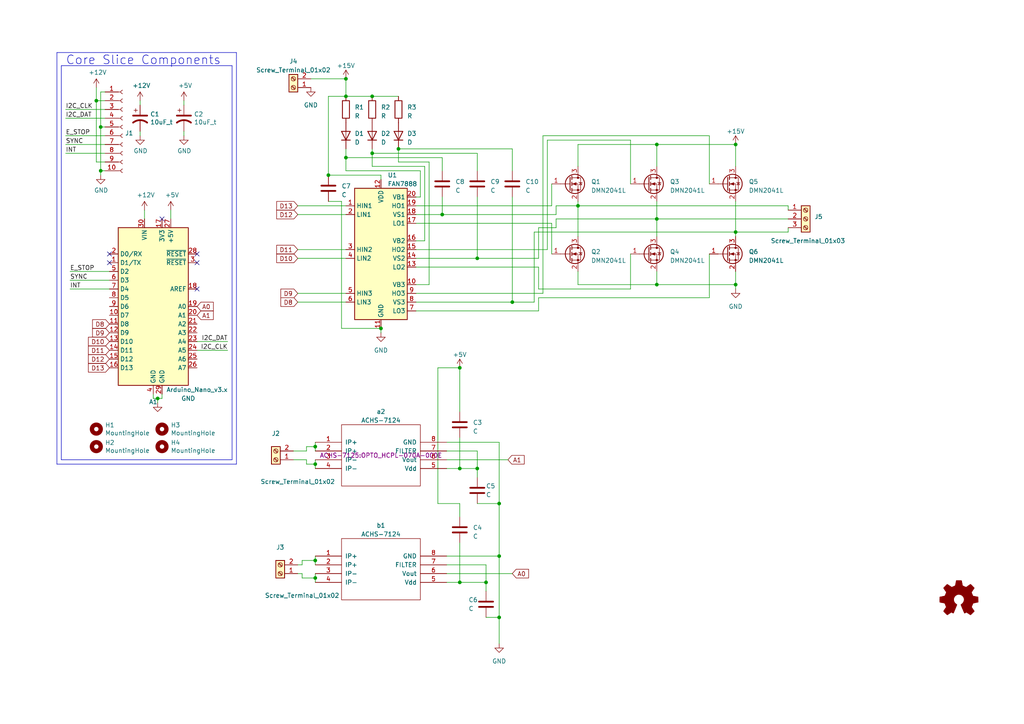
<source format=kicad_sch>
(kicad_sch (version 20230121) (generator eeschema)

  (uuid 1ff64bea-9de2-4c38-a7a6-7ca7b1819ae0)

  (paper "A4")

  (lib_symbols
    (symbol "ACHS-7124:ACHS-7124" (pin_names (offset 1.016)) (in_bom yes) (on_board yes)
      (property "Reference" "" (at 0 -2.54 0)
        (effects (font (size 1.27 1.27)))
      )
      (property "Value" "ACHS-7124" (at 0 2.54 0)
        (effects (font (size 1.27 1.27)))
      )
      (property "Footprint" "MODULE" (at 0 0 0)
        (effects (font (size 1.27 1.27)) hide)
      )
      (property "Datasheet" "DOCUMENTATION" (at 0 0 0)
        (effects (font (size 1.27 1.27)) hide)
      )
      (symbol "ACHS-7124_1_0"
        (rectangle (start -11.43 -8.89) (end 11.43 8.89)
          (stroke (width 0) (type solid))
          (fill (type none))
        )
      )
      (symbol "ACHS-7124_1_1"
        (pin input line (at -19.05 3.81 0) (length 7.62)
          (name "IP+" (effects (font (size 1.27 1.27))))
          (number "1" (effects (font (size 1.27 1.27))))
        )
        (pin input line (at -19.05 1.27 0) (length 7.62)
          (name "IP+" (effects (font (size 1.27 1.27))))
          (number "2" (effects (font (size 1.27 1.27))))
        )
        (pin input line (at -19.05 -1.27 0) (length 7.62)
          (name "IP-" (effects (font (size 1.27 1.27))))
          (number "3" (effects (font (size 1.27 1.27))))
        )
        (pin input line (at -19.05 -3.81 0) (length 7.62)
          (name "IP-" (effects (font (size 1.27 1.27))))
          (number "4" (effects (font (size 1.27 1.27))))
        )
        (pin input line (at 19.05 -3.81 180) (length 7.62)
          (name "Vdd" (effects (font (size 1.27 1.27))))
          (number "5" (effects (font (size 1.27 1.27))))
        )
        (pin output line (at 19.05 -1.27 180) (length 7.62)
          (name "Vout" (effects (font (size 1.27 1.27))))
          (number "6" (effects (font (size 1.27 1.27))))
        )
        (pin input line (at 19.05 1.27 180) (length 7.62)
          (name "FILTER" (effects (font (size 1.27 1.27))))
          (number "7" (effects (font (size 1.27 1.27))))
        )
        (pin input line (at 19.05 3.81 180) (length 7.62)
          (name "GND" (effects (font (size 1.27 1.27))))
          (number "8" (effects (font (size 1.27 1.27))))
        )
      )
    )
    (symbol "BREAD_Slice-rescue:10uF_t-OCI_UPL_2_Capacitors" (pin_numbers hide) (pin_names (offset 0.254) hide) (in_bom yes) (on_board yes)
      (property "Reference" "C" (at 0.635 2.54 0)
        (effects (font (size 1.27 1.27)) (justify left))
      )
      (property "Value" "OCI_UPL_2_Capacitors_10uF_t" (at 0.635 -2.54 0)
        (effects (font (size 1.27 1.27)) (justify left))
      )
      (property "Footprint" "OCI_UPL_FOOTPRINTS:C_2312" (at 0 -6.35 0)
        (effects (font (size 0.762 0.762)) hide)
      )
      (property "Datasheet" "https://www.digikey.com/short/qcd8n7" (at 0 5.08 0)
        (effects (font (size 0.762 0.762)) hide)
      )
      (property "Part #" "T491C106K025AT" (at 0 6.35 0)
        (effects (font (size 0.762 0.762)) hide)
      )
      (property "UPL #" "2.021" (at 0 -5.08 0)
        (effects (font (size 0.762 0.762)) hide)
      )
      (property "ki_fp_filters" "SMD*_Pol c_elec* C*elec TantalC* Elko* CP*" (at 0 0 0)
        (effects (font (size 1.27 1.27)) hide)
      )
      (symbol "10uF_t-OCI_UPL_2_Capacitors_0_1"
        (polyline
          (pts
            (xy -2.032 0.762)
            (xy 2.032 0.762)
          )
          (stroke (width 0.508) (type solid))
          (fill (type none))
        )
        (polyline
          (pts
            (xy -1.778 2.286)
            (xy -0.762 2.286)
          )
          (stroke (width 0) (type solid))
          (fill (type none))
        )
        (polyline
          (pts
            (xy -1.27 1.778)
            (xy -1.27 2.794)
          )
          (stroke (width 0) (type solid))
          (fill (type none))
        )
        (arc (start 2.032 -1.27) (mid 0 -0.5572) (end -2.032 -1.27)
          (stroke (width 0.508) (type solid))
          (fill (type none))
        )
      )
      (symbol "10uF_t-OCI_UPL_2_Capacitors_1_1"
        (pin passive line (at 0 3.81 270) (length 2.794)
          (name "~" (effects (font (size 1.016 1.016))))
          (number "1" (effects (font (size 1.016 1.016))))
        )
        (pin passive line (at 0 -3.81 90) (length 3.302)
          (name "~" (effects (font (size 1.016 1.016))))
          (number "2" (effects (font (size 1.016 1.016))))
        )
      )
    )
    (symbol "BREAD_Slice-rescue:Conn_01x10_Female-Connector" (pin_names (offset 1.016) hide) (in_bom yes) (on_board yes)
      (property "Reference" "J" (at 0 12.7 0)
        (effects (font (size 1.27 1.27)))
      )
      (property "Value" "Connector_Conn_01x10_Female" (at 0 -15.24 0)
        (effects (font (size 1.27 1.27)))
      )
      (property "Footprint" "" (at 0 0 0)
        (effects (font (size 1.27 1.27)) hide)
      )
      (property "Datasheet" "" (at 0 0 0)
        (effects (font (size 1.27 1.27)) hide)
      )
      (property "ki_fp_filters" "Connector*:*_1x??_*" (at 0 0 0)
        (effects (font (size 1.27 1.27)) hide)
      )
      (symbol "Conn_01x10_Female-Connector_1_1"
        (arc (start 0 -12.192) (mid -0.5058 -12.7) (end 0 -13.208)
          (stroke (width 0.1524) (type solid))
          (fill (type none))
        )
        (arc (start 0 -9.652) (mid -0.5058 -10.16) (end 0 -10.668)
          (stroke (width 0.1524) (type solid))
          (fill (type none))
        )
        (arc (start 0 -7.112) (mid -0.5058 -7.62) (end 0 -8.128)
          (stroke (width 0.1524) (type solid))
          (fill (type none))
        )
        (arc (start 0 -4.572) (mid -0.5058 -5.08) (end 0 -5.588)
          (stroke (width 0.1524) (type solid))
          (fill (type none))
        )
        (arc (start 0 -2.032) (mid -0.5058 -2.54) (end 0 -3.048)
          (stroke (width 0.1524) (type solid))
          (fill (type none))
        )
        (polyline
          (pts
            (xy -1.27 -12.7)
            (xy -0.508 -12.7)
          )
          (stroke (width 0.1524) (type solid))
          (fill (type none))
        )
        (polyline
          (pts
            (xy -1.27 -10.16)
            (xy -0.508 -10.16)
          )
          (stroke (width 0.1524) (type solid))
          (fill (type none))
        )
        (polyline
          (pts
            (xy -1.27 -7.62)
            (xy -0.508 -7.62)
          )
          (stroke (width 0.1524) (type solid))
          (fill (type none))
        )
        (polyline
          (pts
            (xy -1.27 -5.08)
            (xy -0.508 -5.08)
          )
          (stroke (width 0.1524) (type solid))
          (fill (type none))
        )
        (polyline
          (pts
            (xy -1.27 -2.54)
            (xy -0.508 -2.54)
          )
          (stroke (width 0.1524) (type solid))
          (fill (type none))
        )
        (polyline
          (pts
            (xy -1.27 0)
            (xy -0.508 0)
          )
          (stroke (width 0.1524) (type solid))
          (fill (type none))
        )
        (polyline
          (pts
            (xy -1.27 2.54)
            (xy -0.508 2.54)
          )
          (stroke (width 0.1524) (type solid))
          (fill (type none))
        )
        (polyline
          (pts
            (xy -1.27 5.08)
            (xy -0.508 5.08)
          )
          (stroke (width 0.1524) (type solid))
          (fill (type none))
        )
        (polyline
          (pts
            (xy -1.27 7.62)
            (xy -0.508 7.62)
          )
          (stroke (width 0.1524) (type solid))
          (fill (type none))
        )
        (polyline
          (pts
            (xy -1.27 10.16)
            (xy -0.508 10.16)
          )
          (stroke (width 0.1524) (type solid))
          (fill (type none))
        )
        (arc (start 0 0.508) (mid -0.5058 0) (end 0 -0.508)
          (stroke (width 0.1524) (type solid))
          (fill (type none))
        )
        (arc (start 0 3.048) (mid -0.5058 2.54) (end 0 2.032)
          (stroke (width 0.1524) (type solid))
          (fill (type none))
        )
        (arc (start 0 5.588) (mid -0.5058 5.08) (end 0 4.572)
          (stroke (width 0.1524) (type solid))
          (fill (type none))
        )
        (arc (start 0 8.128) (mid -0.5058 7.62) (end 0 7.112)
          (stroke (width 0.1524) (type solid))
          (fill (type none))
        )
        (arc (start 0 10.668) (mid -0.5058 10.16) (end 0 9.652)
          (stroke (width 0.1524) (type solid))
          (fill (type none))
        )
        (pin passive line (at -5.08 10.16 0) (length 3.81)
          (name "Pin_1" (effects (font (size 1.27 1.27))))
          (number "1" (effects (font (size 1.27 1.27))))
        )
        (pin passive line (at -5.08 -12.7 0) (length 3.81)
          (name "Pin_10" (effects (font (size 1.27 1.27))))
          (number "10" (effects (font (size 1.27 1.27))))
        )
        (pin passive line (at -5.08 7.62 0) (length 3.81)
          (name "Pin_2" (effects (font (size 1.27 1.27))))
          (number "2" (effects (font (size 1.27 1.27))))
        )
        (pin passive line (at -5.08 5.08 0) (length 3.81)
          (name "Pin_3" (effects (font (size 1.27 1.27))))
          (number "3" (effects (font (size 1.27 1.27))))
        )
        (pin passive line (at -5.08 2.54 0) (length 3.81)
          (name "Pin_4" (effects (font (size 1.27 1.27))))
          (number "4" (effects (font (size 1.27 1.27))))
        )
        (pin passive line (at -5.08 0 0) (length 3.81)
          (name "Pin_5" (effects (font (size 1.27 1.27))))
          (number "5" (effects (font (size 1.27 1.27))))
        )
        (pin passive line (at -5.08 -2.54 0) (length 3.81)
          (name "Pin_6" (effects (font (size 1.27 1.27))))
          (number "6" (effects (font (size 1.27 1.27))))
        )
        (pin passive line (at -5.08 -5.08 0) (length 3.81)
          (name "Pin_7" (effects (font (size 1.27 1.27))))
          (number "7" (effects (font (size 1.27 1.27))))
        )
        (pin passive line (at -5.08 -7.62 0) (length 3.81)
          (name "Pin_8" (effects (font (size 1.27 1.27))))
          (number "8" (effects (font (size 1.27 1.27))))
        )
        (pin passive line (at -5.08 -10.16 0) (length 3.81)
          (name "Pin_9" (effects (font (size 1.27 1.27))))
          (number "9" (effects (font (size 1.27 1.27))))
        )
      )
    )
    (symbol "Connector:Screw_Terminal_01x02" (pin_names (offset 1.016) hide) (in_bom yes) (on_board yes)
      (property "Reference" "J" (at 0 2.54 0)
        (effects (font (size 1.27 1.27)))
      )
      (property "Value" "Screw_Terminal_01x02" (at 0 -5.08 0)
        (effects (font (size 1.27 1.27)))
      )
      (property "Footprint" "" (at 0 0 0)
        (effects (font (size 1.27 1.27)) hide)
      )
      (property "Datasheet" "~" (at 0 0 0)
        (effects (font (size 1.27 1.27)) hide)
      )
      (property "ki_keywords" "screw terminal" (at 0 0 0)
        (effects (font (size 1.27 1.27)) hide)
      )
      (property "ki_description" "Generic screw terminal, single row, 01x02, script generated (kicad-library-utils/schlib/autogen/connector/)" (at 0 0 0)
        (effects (font (size 1.27 1.27)) hide)
      )
      (property "ki_fp_filters" "TerminalBlock*:*" (at 0 0 0)
        (effects (font (size 1.27 1.27)) hide)
      )
      (symbol "Screw_Terminal_01x02_1_1"
        (rectangle (start -1.27 1.27) (end 1.27 -3.81)
          (stroke (width 0.254) (type default))
          (fill (type background))
        )
        (circle (center 0 -2.54) (radius 0.635)
          (stroke (width 0.1524) (type default))
          (fill (type none))
        )
        (polyline
          (pts
            (xy -0.5334 -2.2098)
            (xy 0.3302 -3.048)
          )
          (stroke (width 0.1524) (type default))
          (fill (type none))
        )
        (polyline
          (pts
            (xy -0.5334 0.3302)
            (xy 0.3302 -0.508)
          )
          (stroke (width 0.1524) (type default))
          (fill (type none))
        )
        (polyline
          (pts
            (xy -0.3556 -2.032)
            (xy 0.508 -2.8702)
          )
          (stroke (width 0.1524) (type default))
          (fill (type none))
        )
        (polyline
          (pts
            (xy -0.3556 0.508)
            (xy 0.508 -0.3302)
          )
          (stroke (width 0.1524) (type default))
          (fill (type none))
        )
        (circle (center 0 0) (radius 0.635)
          (stroke (width 0.1524) (type default))
          (fill (type none))
        )
        (pin passive line (at -5.08 0 0) (length 3.81)
          (name "Pin_1" (effects (font (size 1.27 1.27))))
          (number "1" (effects (font (size 1.27 1.27))))
        )
        (pin passive line (at -5.08 -2.54 0) (length 3.81)
          (name "Pin_2" (effects (font (size 1.27 1.27))))
          (number "2" (effects (font (size 1.27 1.27))))
        )
      )
    )
    (symbol "Connector:Screw_Terminal_01x03" (pin_names (offset 1.016) hide) (in_bom yes) (on_board yes)
      (property "Reference" "J" (at 0 5.08 0)
        (effects (font (size 1.27 1.27)))
      )
      (property "Value" "Screw_Terminal_01x03" (at 0 -5.08 0)
        (effects (font (size 1.27 1.27)))
      )
      (property "Footprint" "" (at 0 0 0)
        (effects (font (size 1.27 1.27)) hide)
      )
      (property "Datasheet" "~" (at 0 0 0)
        (effects (font (size 1.27 1.27)) hide)
      )
      (property "ki_keywords" "screw terminal" (at 0 0 0)
        (effects (font (size 1.27 1.27)) hide)
      )
      (property "ki_description" "Generic screw terminal, single row, 01x03, script generated (kicad-library-utils/schlib/autogen/connector/)" (at 0 0 0)
        (effects (font (size 1.27 1.27)) hide)
      )
      (property "ki_fp_filters" "TerminalBlock*:*" (at 0 0 0)
        (effects (font (size 1.27 1.27)) hide)
      )
      (symbol "Screw_Terminal_01x03_1_1"
        (rectangle (start -1.27 3.81) (end 1.27 -3.81)
          (stroke (width 0.254) (type default))
          (fill (type background))
        )
        (circle (center 0 -2.54) (radius 0.635)
          (stroke (width 0.1524) (type default))
          (fill (type none))
        )
        (polyline
          (pts
            (xy -0.5334 -2.2098)
            (xy 0.3302 -3.048)
          )
          (stroke (width 0.1524) (type default))
          (fill (type none))
        )
        (polyline
          (pts
            (xy -0.5334 0.3302)
            (xy 0.3302 -0.508)
          )
          (stroke (width 0.1524) (type default))
          (fill (type none))
        )
        (polyline
          (pts
            (xy -0.5334 2.8702)
            (xy 0.3302 2.032)
          )
          (stroke (width 0.1524) (type default))
          (fill (type none))
        )
        (polyline
          (pts
            (xy -0.3556 -2.032)
            (xy 0.508 -2.8702)
          )
          (stroke (width 0.1524) (type default))
          (fill (type none))
        )
        (polyline
          (pts
            (xy -0.3556 0.508)
            (xy 0.508 -0.3302)
          )
          (stroke (width 0.1524) (type default))
          (fill (type none))
        )
        (polyline
          (pts
            (xy -0.3556 3.048)
            (xy 0.508 2.2098)
          )
          (stroke (width 0.1524) (type default))
          (fill (type none))
        )
        (circle (center 0 0) (radius 0.635)
          (stroke (width 0.1524) (type default))
          (fill (type none))
        )
        (circle (center 0 2.54) (radius 0.635)
          (stroke (width 0.1524) (type default))
          (fill (type none))
        )
        (pin passive line (at -5.08 2.54 0) (length 3.81)
          (name "Pin_1" (effects (font (size 1.27 1.27))))
          (number "1" (effects (font (size 1.27 1.27))))
        )
        (pin passive line (at -5.08 0 0) (length 3.81)
          (name "Pin_2" (effects (font (size 1.27 1.27))))
          (number "2" (effects (font (size 1.27 1.27))))
        )
        (pin passive line (at -5.08 -2.54 0) (length 3.81)
          (name "Pin_3" (effects (font (size 1.27 1.27))))
          (number "3" (effects (font (size 1.27 1.27))))
        )
      )
    )
    (symbol "Device:C" (pin_numbers hide) (pin_names (offset 0.254)) (in_bom yes) (on_board yes)
      (property "Reference" "C" (at 0.635 2.54 0)
        (effects (font (size 1.27 1.27)) (justify left))
      )
      (property "Value" "C" (at 0.635 -2.54 0)
        (effects (font (size 1.27 1.27)) (justify left))
      )
      (property "Footprint" "" (at 0.9652 -3.81 0)
        (effects (font (size 1.27 1.27)) hide)
      )
      (property "Datasheet" "~" (at 0 0 0)
        (effects (font (size 1.27 1.27)) hide)
      )
      (property "ki_keywords" "cap capacitor" (at 0 0 0)
        (effects (font (size 1.27 1.27)) hide)
      )
      (property "ki_description" "Unpolarized capacitor" (at 0 0 0)
        (effects (font (size 1.27 1.27)) hide)
      )
      (property "ki_fp_filters" "C_*" (at 0 0 0)
        (effects (font (size 1.27 1.27)) hide)
      )
      (symbol "C_0_1"
        (polyline
          (pts
            (xy -2.032 -0.762)
            (xy 2.032 -0.762)
          )
          (stroke (width 0.508) (type default))
          (fill (type none))
        )
        (polyline
          (pts
            (xy -2.032 0.762)
            (xy 2.032 0.762)
          )
          (stroke (width 0.508) (type default))
          (fill (type none))
        )
      )
      (symbol "C_1_1"
        (pin passive line (at 0 3.81 270) (length 2.794)
          (name "~" (effects (font (size 1.27 1.27))))
          (number "1" (effects (font (size 1.27 1.27))))
        )
        (pin passive line (at 0 -3.81 90) (length 2.794)
          (name "~" (effects (font (size 1.27 1.27))))
          (number "2" (effects (font (size 1.27 1.27))))
        )
      )
    )
    (symbol "Device:D" (pin_numbers hide) (pin_names (offset 1.016) hide) (in_bom yes) (on_board yes)
      (property "Reference" "D" (at 0 2.54 0)
        (effects (font (size 1.27 1.27)))
      )
      (property "Value" "D" (at 0 -2.54 0)
        (effects (font (size 1.27 1.27)))
      )
      (property "Footprint" "" (at 0 0 0)
        (effects (font (size 1.27 1.27)) hide)
      )
      (property "Datasheet" "~" (at 0 0 0)
        (effects (font (size 1.27 1.27)) hide)
      )
      (property "Sim.Device" "D" (at 0 0 0)
        (effects (font (size 1.27 1.27)) hide)
      )
      (property "Sim.Pins" "1=K 2=A" (at 0 0 0)
        (effects (font (size 1.27 1.27)) hide)
      )
      (property "ki_keywords" "diode" (at 0 0 0)
        (effects (font (size 1.27 1.27)) hide)
      )
      (property "ki_description" "Diode" (at 0 0 0)
        (effects (font (size 1.27 1.27)) hide)
      )
      (property "ki_fp_filters" "TO-???* *_Diode_* *SingleDiode* D_*" (at 0 0 0)
        (effects (font (size 1.27 1.27)) hide)
      )
      (symbol "D_0_1"
        (polyline
          (pts
            (xy -1.27 1.27)
            (xy -1.27 -1.27)
          )
          (stroke (width 0.254) (type default))
          (fill (type none))
        )
        (polyline
          (pts
            (xy 1.27 0)
            (xy -1.27 0)
          )
          (stroke (width 0) (type default))
          (fill (type none))
        )
        (polyline
          (pts
            (xy 1.27 1.27)
            (xy 1.27 -1.27)
            (xy -1.27 0)
            (xy 1.27 1.27)
          )
          (stroke (width 0.254) (type default))
          (fill (type none))
        )
      )
      (symbol "D_1_1"
        (pin passive line (at -3.81 0 0) (length 2.54)
          (name "K" (effects (font (size 1.27 1.27))))
          (number "1" (effects (font (size 1.27 1.27))))
        )
        (pin passive line (at 3.81 0 180) (length 2.54)
          (name "A" (effects (font (size 1.27 1.27))))
          (number "2" (effects (font (size 1.27 1.27))))
        )
      )
    )
    (symbol "Device:R" (pin_numbers hide) (pin_names (offset 0)) (in_bom yes) (on_board yes)
      (property "Reference" "R" (at 2.032 0 90)
        (effects (font (size 1.27 1.27)))
      )
      (property "Value" "R" (at 0 0 90)
        (effects (font (size 1.27 1.27)))
      )
      (property "Footprint" "" (at -1.778 0 90)
        (effects (font (size 1.27 1.27)) hide)
      )
      (property "Datasheet" "~" (at 0 0 0)
        (effects (font (size 1.27 1.27)) hide)
      )
      (property "ki_keywords" "R res resistor" (at 0 0 0)
        (effects (font (size 1.27 1.27)) hide)
      )
      (property "ki_description" "Resistor" (at 0 0 0)
        (effects (font (size 1.27 1.27)) hide)
      )
      (property "ki_fp_filters" "R_*" (at 0 0 0)
        (effects (font (size 1.27 1.27)) hide)
      )
      (symbol "R_0_1"
        (rectangle (start -1.016 -2.54) (end 1.016 2.54)
          (stroke (width 0.254) (type default))
          (fill (type none))
        )
      )
      (symbol "R_1_1"
        (pin passive line (at 0 3.81 270) (length 1.27)
          (name "~" (effects (font (size 1.27 1.27))))
          (number "1" (effects (font (size 1.27 1.27))))
        )
        (pin passive line (at 0 -3.81 90) (length 1.27)
          (name "~" (effects (font (size 1.27 1.27))))
          (number "2" (effects (font (size 1.27 1.27))))
        )
      )
    )
    (symbol "Driver_FET:FAN7888" (in_bom yes) (on_board yes)
      (property "Reference" "U" (at -2.54 24.13 0)
        (effects (font (size 1.27 1.27)) (justify right))
      )
      (property "Value" "FAN7888" (at -2.54 21.59 0)
        (effects (font (size 1.27 1.27)) (justify right))
      )
      (property "Footprint" "Package_SO:SOIC-20W_7.5x12.8mm_P1.27mm" (at 1.27 -19.05 0)
        (effects (font (size 1.27 1.27)) (justify left) hide)
      )
      (property "Datasheet" "http://www.onsemi.com/pub/Collateral/FAN7888-D.pdf" (at 0 0 0)
        (effects (font (size 1.27 1.27)) hide)
      )
      (property "ki_keywords" "3 Phase Gate Driver" (at 0 0 0)
        (effects (font (size 1.27 1.27)) hide)
      )
      (property "ki_description" "3 Half-Bridge Gate-Drive IC, 200V operation, Output Current 350/650mA, SOIC-20" (at 0 0 0)
        (effects (font (size 1.27 1.27)) hide)
      )
      (property "ki_fp_filters" "SOIC*7.5x12.8*P1.27mm*" (at 0 0 0)
        (effects (font (size 1.27 1.27)) hide)
      )
      (symbol "FAN7888_0_1"
        (rectangle (start -7.62 20.32) (end 7.62 -17.78)
          (stroke (width 0.254) (type default))
          (fill (type background))
        )
      )
      (symbol "FAN7888_1_1"
        (pin input line (at -10.16 15.24 0) (length 2.54)
          (name "HIN1" (effects (font (size 1.27 1.27))))
          (number "1" (effects (font (size 1.27 1.27))))
        )
        (pin passive line (at 10.16 -7.62 180) (length 2.54)
          (name "VB3" (effects (font (size 1.27 1.27))))
          (number "10" (effects (font (size 1.27 1.27))))
        )
        (pin power_in line (at 0 -20.32 90) (length 2.54)
          (name "GND" (effects (font (size 1.27 1.27))))
          (number "11" (effects (font (size 1.27 1.27))))
        )
        (pin power_in line (at 0 22.86 270) (length 2.54)
          (name "VDD" (effects (font (size 1.27 1.27))))
          (number "12" (effects (font (size 1.27 1.27))))
        )
        (pin output line (at 10.16 -2.54 180) (length 2.54)
          (name "LO2" (effects (font (size 1.27 1.27))))
          (number "13" (effects (font (size 1.27 1.27))))
        )
        (pin passive line (at 10.16 0 180) (length 2.54)
          (name "VS2" (effects (font (size 1.27 1.27))))
          (number "14" (effects (font (size 1.27 1.27))))
        )
        (pin output line (at 10.16 2.54 180) (length 2.54)
          (name "HO2" (effects (font (size 1.27 1.27))))
          (number "15" (effects (font (size 1.27 1.27))))
        )
        (pin passive line (at 10.16 5.08 180) (length 2.54)
          (name "VB2" (effects (font (size 1.27 1.27))))
          (number "16" (effects (font (size 1.27 1.27))))
        )
        (pin output line (at 10.16 10.16 180) (length 2.54)
          (name "LO1" (effects (font (size 1.27 1.27))))
          (number "17" (effects (font (size 1.27 1.27))))
        )
        (pin passive line (at 10.16 12.7 180) (length 2.54)
          (name "VS1" (effects (font (size 1.27 1.27))))
          (number "18" (effects (font (size 1.27 1.27))))
        )
        (pin output line (at 10.16 15.24 180) (length 2.54)
          (name "HO1" (effects (font (size 1.27 1.27))))
          (number "19" (effects (font (size 1.27 1.27))))
        )
        (pin input line (at -10.16 12.7 0) (length 2.54)
          (name "LIN1" (effects (font (size 1.27 1.27))))
          (number "2" (effects (font (size 1.27 1.27))))
        )
        (pin passive line (at 10.16 17.78 180) (length 2.54)
          (name "VB1" (effects (font (size 1.27 1.27))))
          (number "20" (effects (font (size 1.27 1.27))))
        )
        (pin input line (at -10.16 2.54 0) (length 2.54)
          (name "HIN2" (effects (font (size 1.27 1.27))))
          (number "3" (effects (font (size 1.27 1.27))))
        )
        (pin input line (at -10.16 0 0) (length 2.54)
          (name "LIN2" (effects (font (size 1.27 1.27))))
          (number "4" (effects (font (size 1.27 1.27))))
        )
        (pin input line (at -10.16 -10.16 0) (length 2.54)
          (name "HIN3" (effects (font (size 1.27 1.27))))
          (number "5" (effects (font (size 1.27 1.27))))
        )
        (pin input line (at -10.16 -12.7 0) (length 2.54)
          (name "LIN3" (effects (font (size 1.27 1.27))))
          (number "6" (effects (font (size 1.27 1.27))))
        )
        (pin output line (at 10.16 -15.24 180) (length 2.54)
          (name "LO3" (effects (font (size 1.27 1.27))))
          (number "7" (effects (font (size 1.27 1.27))))
        )
        (pin passive line (at 10.16 -12.7 180) (length 2.54)
          (name "VS3" (effects (font (size 1.27 1.27))))
          (number "8" (effects (font (size 1.27 1.27))))
        )
        (pin output line (at 10.16 -10.16 180) (length 2.54)
          (name "HO3" (effects (font (size 1.27 1.27))))
          (number "9" (effects (font (size 1.27 1.27))))
        )
      )
    )
    (symbol "Graphic:Logo_Open_Hardware_Small" (in_bom no) (on_board no)
      (property "Reference" "#SYM" (at 0 6.985 0)
        (effects (font (size 1.27 1.27)) hide)
      )
      (property "Value" "Logo_Open_Hardware_Small" (at 0 -5.715 0)
        (effects (font (size 1.27 1.27)) hide)
      )
      (property "Footprint" "" (at 0 0 0)
        (effects (font (size 1.27 1.27)) hide)
      )
      (property "Datasheet" "~" (at 0 0 0)
        (effects (font (size 1.27 1.27)) hide)
      )
      (property "Sim.Enable" "0" (at 0 0 0)
        (effects (font (size 1.27 1.27)) hide)
      )
      (property "ki_keywords" "Logo" (at 0 0 0)
        (effects (font (size 1.27 1.27)) hide)
      )
      (property "ki_description" "Open Hardware logo, small" (at 0 0 0)
        (effects (font (size 1.27 1.27)) hide)
      )
      (symbol "Logo_Open_Hardware_Small_0_1"
        (polyline
          (pts
            (xy 3.3528 -4.3434)
            (xy 3.302 -4.318)
            (xy 3.175 -4.2418)
            (xy 2.9972 -4.1148)
            (xy 2.7686 -3.9624)
            (xy 2.54 -3.81)
            (xy 2.3622 -3.7084)
            (xy 2.2352 -3.6068)
            (xy 2.1844 -3.5814)
            (xy 2.159 -3.6068)
            (xy 2.0574 -3.6576)
            (xy 1.905 -3.7338)
            (xy 1.8034 -3.7846)
            (xy 1.6764 -3.8354)
            (xy 1.6002 -3.8354)
            (xy 1.6002 -3.8354)
            (xy 1.5494 -3.7338)
            (xy 1.4732 -3.5306)
            (xy 1.3462 -3.302)
            (xy 1.2446 -3.0226)
            (xy 1.1176 -2.7178)
            (xy 0.9652 -2.413)
            (xy 0.8636 -2.1082)
            (xy 0.7366 -1.8288)
            (xy 0.6604 -1.6256)
            (xy 0.6096 -1.4732)
            (xy 0.5842 -1.397)
            (xy 0.5842 -1.397)
            (xy 0.6604 -1.3208)
            (xy 0.7874 -1.2446)
            (xy 1.0414 -1.016)
            (xy 1.2954 -0.6858)
            (xy 1.4478 -0.3302)
            (xy 1.524 0.0762)
            (xy 1.4732 0.4572)
            (xy 1.3208 0.8128)
            (xy 1.0668 1.143)
            (xy 0.762 1.3716)
            (xy 0.4064 1.524)
            (xy 0 1.5748)
            (xy -0.381 1.5494)
            (xy -0.7366 1.397)
            (xy -1.0668 1.143)
            (xy -1.2192 0.9906)
            (xy -1.397 0.6604)
            (xy -1.524 0.3048)
            (xy -1.524 0.2286)
            (xy -1.4986 -0.1778)
            (xy -1.397 -0.5334)
            (xy -1.1938 -0.8636)
            (xy -0.9144 -1.143)
            (xy -0.8636 -1.1684)
            (xy -0.7366 -1.27)
            (xy -0.635 -1.3462)
            (xy -0.5842 -1.397)
            (xy -1.0668 -2.5908)
            (xy -1.143 -2.794)
            (xy -1.2954 -3.1242)
            (xy -1.397 -3.4036)
            (xy -1.4986 -3.6322)
            (xy -1.5748 -3.7846)
            (xy -1.6002 -3.8354)
            (xy -1.6002 -3.8354)
            (xy -1.651 -3.8354)
            (xy -1.7272 -3.81)
            (xy -1.905 -3.7338)
            (xy -2.0066 -3.683)
            (xy -2.1336 -3.6068)
            (xy -2.2098 -3.5814)
            (xy -2.2606 -3.6068)
            (xy -2.3622 -3.683)
            (xy -2.54 -3.81)
            (xy -2.7686 -3.9624)
            (xy -2.9718 -4.0894)
            (xy -3.1496 -4.2164)
            (xy -3.302 -4.318)
            (xy -3.3528 -4.3434)
            (xy -3.3782 -4.3434)
            (xy -3.429 -4.318)
            (xy -3.5306 -4.2164)
            (xy -3.7084 -4.064)
            (xy -3.937 -3.8354)
            (xy -3.9624 -3.81)
            (xy -4.1656 -3.6068)
            (xy -4.318 -3.4544)
            (xy -4.4196 -3.3274)
            (xy -4.445 -3.2766)
            (xy -4.445 -3.2766)
            (xy -4.4196 -3.2258)
            (xy -4.318 -3.0734)
            (xy -4.2164 -2.8956)
            (xy -4.064 -2.667)
            (xy -3.6576 -2.0828)
            (xy -3.8862 -1.5494)
            (xy -3.937 -1.3716)
            (xy -4.0386 -1.1684)
            (xy -4.0894 -1.0414)
            (xy -4.1148 -0.9652)
            (xy -4.191 -0.9398)
            (xy -4.318 -0.9144)
            (xy -4.5466 -0.8636)
            (xy -4.8006 -0.8128)
            (xy -5.0546 -0.7874)
            (xy -5.2578 -0.7366)
            (xy -5.4356 -0.7112)
            (xy -5.5118 -0.6858)
            (xy -5.5118 -0.6858)
            (xy -5.5372 -0.635)
            (xy -5.5372 -0.5588)
            (xy -5.5372 -0.4318)
            (xy -5.5626 -0.2286)
            (xy -5.5626 0.0762)
            (xy -5.5626 0.127)
            (xy -5.5372 0.4064)
            (xy -5.5372 0.635)
            (xy -5.5372 0.762)
            (xy -5.5372 0.8382)
            (xy -5.5372 0.8382)
            (xy -5.461 0.8382)
            (xy -5.3086 0.889)
            (xy -5.08 0.9144)
            (xy -4.826 0.9652)
            (xy -4.8006 0.9906)
            (xy -4.5466 1.0414)
            (xy -4.318 1.0668)
            (xy -4.1656 1.1176)
            (xy -4.0894 1.143)
            (xy -4.0894 1.143)
            (xy -4.0386 1.2446)
            (xy -3.9624 1.4224)
            (xy -3.8608 1.6256)
            (xy -3.7846 1.8288)
            (xy -3.7084 2.0066)
            (xy -3.6576 2.159)
            (xy -3.6322 2.2098)
            (xy -3.6322 2.2098)
            (xy -3.683 2.286)
            (xy -3.7592 2.413)
            (xy -3.8862 2.5908)
            (xy -4.064 2.8194)
            (xy -4.064 2.8448)
            (xy -4.2164 3.0734)
            (xy -4.3434 3.2512)
            (xy -4.4196 3.3782)
            (xy -4.445 3.4544)
            (xy -4.445 3.4544)
            (xy -4.3942 3.5052)
            (xy -4.2926 3.6322)
            (xy -4.1148 3.81)
            (xy -3.937 4.0132)
            (xy -3.8608 4.064)
            (xy -3.6576 4.2926)
            (xy -3.5052 4.4196)
            (xy -3.4036 4.4958)
            (xy -3.3528 4.5212)
            (xy -3.3528 4.5212)
            (xy -3.302 4.4704)
            (xy -3.1496 4.3688)
            (xy -2.9718 4.2418)
            (xy -2.7432 4.0894)
            (xy -2.7178 4.0894)
            (xy -2.4892 3.937)
            (xy -2.3114 3.81)
            (xy -2.1844 3.7084)
            (xy -2.1336 3.683)
            (xy -2.1082 3.683)
            (xy -2.032 3.7084)
            (xy -1.8542 3.7592)
            (xy -1.6764 3.8354)
            (xy -1.4732 3.937)
            (xy -1.27 4.0132)
            (xy -1.143 4.064)
            (xy -1.0668 4.1148)
            (xy -1.0668 4.1148)
            (xy -1.0414 4.191)
            (xy -1.016 4.3434)
            (xy -0.9652 4.572)
            (xy -0.9144 4.8514)
            (xy -0.889 4.9022)
            (xy -0.8382 5.1562)
            (xy -0.8128 5.3848)
            (xy -0.7874 5.5372)
            (xy -0.762 5.588)
            (xy -0.7112 5.6134)
            (xy -0.5842 5.6134)
            (xy -0.4064 5.6134)
            (xy -0.1524 5.6134)
            (xy 0.0762 5.6134)
            (xy 0.3302 5.6134)
            (xy 0.5334 5.6134)
            (xy 0.6858 5.588)
            (xy 0.7366 5.588)
            (xy 0.7366 5.588)
            (xy 0.762 5.5118)
            (xy 0.8128 5.334)
            (xy 0.8382 5.1054)
            (xy 0.9144 4.826)
            (xy 0.9144 4.7752)
            (xy 0.9652 4.5212)
            (xy 1.016 4.2926)
            (xy 1.0414 4.1402)
            (xy 1.0668 4.0894)
            (xy 1.0668 4.0894)
            (xy 1.1938 4.0386)
            (xy 1.3716 3.9624)
            (xy 1.5748 3.8608)
            (xy 2.0828 3.6576)
            (xy 2.7178 4.0894)
            (xy 2.7686 4.1402)
            (xy 2.9972 4.2926)
            (xy 3.175 4.4196)
            (xy 3.302 4.4958)
            (xy 3.3782 4.5212)
            (xy 3.3782 4.5212)
            (xy 3.429 4.4704)
            (xy 3.556 4.3434)
            (xy 3.7338 4.191)
            (xy 3.9116 3.9878)
            (xy 4.064 3.8354)
            (xy 4.2418 3.6576)
            (xy 4.3434 3.556)
            (xy 4.4196 3.4798)
            (xy 4.4196 3.429)
            (xy 4.4196 3.4036)
            (xy 4.3942 3.3274)
            (xy 4.2926 3.2004)
            (xy 4.1656 2.9972)
            (xy 4.0132 2.794)
            (xy 3.8862 2.5908)
            (xy 3.7592 2.3876)
            (xy 3.6576 2.2352)
            (xy 3.6322 2.159)
            (xy 3.6322 2.1336)
            (xy 3.683 2.0066)
            (xy 3.7592 1.8288)
            (xy 3.8608 1.6002)
            (xy 4.064 1.1176)
            (xy 4.3942 1.0414)
            (xy 4.5974 1.016)
            (xy 4.8768 0.9652)
            (xy 5.1308 0.9144)
            (xy 5.5372 0.8382)
            (xy 5.5626 -0.6604)
            (xy 5.4864 -0.6858)
            (xy 5.4356 -0.6858)
            (xy 5.2832 -0.7366)
            (xy 5.0546 -0.762)
            (xy 4.8006 -0.8128)
            (xy 4.5974 -0.8636)
            (xy 4.3688 -0.9144)
            (xy 4.2164 -0.9398)
            (xy 4.1402 -0.9398)
            (xy 4.1148 -0.9652)
            (xy 4.064 -1.0668)
            (xy 3.9878 -1.2446)
            (xy 3.9116 -1.4478)
            (xy 3.81 -1.651)
            (xy 3.7338 -1.8542)
            (xy 3.683 -2.0066)
            (xy 3.6576 -2.0828)
            (xy 3.683 -2.1336)
            (xy 3.7846 -2.2606)
            (xy 3.8862 -2.4638)
            (xy 4.0386 -2.667)
            (xy 4.191 -2.8956)
            (xy 4.318 -3.0734)
            (xy 4.3942 -3.2004)
            (xy 4.445 -3.2766)
            (xy 4.4196 -3.3274)
            (xy 4.3434 -3.429)
            (xy 4.1656 -3.5814)
            (xy 3.937 -3.8354)
            (xy 3.8862 -3.8608)
            (xy 3.683 -4.064)
            (xy 3.5306 -4.2164)
            (xy 3.4036 -4.318)
            (xy 3.3528 -4.3434)
          )
          (stroke (width 0) (type default))
          (fill (type outline))
        )
      )
    )
    (symbol "MCU_Module:Arduino_Nano_v3.x" (in_bom yes) (on_board yes)
      (property "Reference" "A" (at -10.16 23.495 0)
        (effects (font (size 1.27 1.27)) (justify left bottom))
      )
      (property "Value" "Arduino_Nano_v3.x" (at 5.08 -24.13 0)
        (effects (font (size 1.27 1.27)) (justify left top))
      )
      (property "Footprint" "Module:Arduino_Nano" (at 0 0 0)
        (effects (font (size 1.27 1.27) italic) hide)
      )
      (property "Datasheet" "http://www.mouser.com/pdfdocs/Gravitech_Arduino_Nano3_0.pdf" (at 0 0 0)
        (effects (font (size 1.27 1.27)) hide)
      )
      (property "ki_keywords" "Arduino nano microcontroller module USB" (at 0 0 0)
        (effects (font (size 1.27 1.27)) hide)
      )
      (property "ki_description" "Arduino Nano v3.x" (at 0 0 0)
        (effects (font (size 1.27 1.27)) hide)
      )
      (property "ki_fp_filters" "Arduino*Nano*" (at 0 0 0)
        (effects (font (size 1.27 1.27)) hide)
      )
      (symbol "Arduino_Nano_v3.x_0_1"
        (rectangle (start -10.16 22.86) (end 10.16 -22.86)
          (stroke (width 0.254) (type default))
          (fill (type background))
        )
      )
      (symbol "Arduino_Nano_v3.x_1_1"
        (pin bidirectional line (at -12.7 12.7 0) (length 2.54)
          (name "D1/TX" (effects (font (size 1.27 1.27))))
          (number "1" (effects (font (size 1.27 1.27))))
        )
        (pin bidirectional line (at -12.7 -2.54 0) (length 2.54)
          (name "D7" (effects (font (size 1.27 1.27))))
          (number "10" (effects (font (size 1.27 1.27))))
        )
        (pin bidirectional line (at -12.7 -5.08 0) (length 2.54)
          (name "D8" (effects (font (size 1.27 1.27))))
          (number "11" (effects (font (size 1.27 1.27))))
        )
        (pin bidirectional line (at -12.7 -7.62 0) (length 2.54)
          (name "D9" (effects (font (size 1.27 1.27))))
          (number "12" (effects (font (size 1.27 1.27))))
        )
        (pin bidirectional line (at -12.7 -10.16 0) (length 2.54)
          (name "D10" (effects (font (size 1.27 1.27))))
          (number "13" (effects (font (size 1.27 1.27))))
        )
        (pin bidirectional line (at -12.7 -12.7 0) (length 2.54)
          (name "D11" (effects (font (size 1.27 1.27))))
          (number "14" (effects (font (size 1.27 1.27))))
        )
        (pin bidirectional line (at -12.7 -15.24 0) (length 2.54)
          (name "D12" (effects (font (size 1.27 1.27))))
          (number "15" (effects (font (size 1.27 1.27))))
        )
        (pin bidirectional line (at -12.7 -17.78 0) (length 2.54)
          (name "D13" (effects (font (size 1.27 1.27))))
          (number "16" (effects (font (size 1.27 1.27))))
        )
        (pin power_out line (at 2.54 25.4 270) (length 2.54)
          (name "3V3" (effects (font (size 1.27 1.27))))
          (number "17" (effects (font (size 1.27 1.27))))
        )
        (pin input line (at 12.7 5.08 180) (length 2.54)
          (name "AREF" (effects (font (size 1.27 1.27))))
          (number "18" (effects (font (size 1.27 1.27))))
        )
        (pin bidirectional line (at 12.7 0 180) (length 2.54)
          (name "A0" (effects (font (size 1.27 1.27))))
          (number "19" (effects (font (size 1.27 1.27))))
        )
        (pin bidirectional line (at -12.7 15.24 0) (length 2.54)
          (name "D0/RX" (effects (font (size 1.27 1.27))))
          (number "2" (effects (font (size 1.27 1.27))))
        )
        (pin bidirectional line (at 12.7 -2.54 180) (length 2.54)
          (name "A1" (effects (font (size 1.27 1.27))))
          (number "20" (effects (font (size 1.27 1.27))))
        )
        (pin bidirectional line (at 12.7 -5.08 180) (length 2.54)
          (name "A2" (effects (font (size 1.27 1.27))))
          (number "21" (effects (font (size 1.27 1.27))))
        )
        (pin bidirectional line (at 12.7 -7.62 180) (length 2.54)
          (name "A3" (effects (font (size 1.27 1.27))))
          (number "22" (effects (font (size 1.27 1.27))))
        )
        (pin bidirectional line (at 12.7 -10.16 180) (length 2.54)
          (name "A4" (effects (font (size 1.27 1.27))))
          (number "23" (effects (font (size 1.27 1.27))))
        )
        (pin bidirectional line (at 12.7 -12.7 180) (length 2.54)
          (name "A5" (effects (font (size 1.27 1.27))))
          (number "24" (effects (font (size 1.27 1.27))))
        )
        (pin bidirectional line (at 12.7 -15.24 180) (length 2.54)
          (name "A6" (effects (font (size 1.27 1.27))))
          (number "25" (effects (font (size 1.27 1.27))))
        )
        (pin bidirectional line (at 12.7 -17.78 180) (length 2.54)
          (name "A7" (effects (font (size 1.27 1.27))))
          (number "26" (effects (font (size 1.27 1.27))))
        )
        (pin power_out line (at 5.08 25.4 270) (length 2.54)
          (name "+5V" (effects (font (size 1.27 1.27))))
          (number "27" (effects (font (size 1.27 1.27))))
        )
        (pin input line (at 12.7 15.24 180) (length 2.54)
          (name "~{RESET}" (effects (font (size 1.27 1.27))))
          (number "28" (effects (font (size 1.27 1.27))))
        )
        (pin power_in line (at 2.54 -25.4 90) (length 2.54)
          (name "GND" (effects (font (size 1.27 1.27))))
          (number "29" (effects (font (size 1.27 1.27))))
        )
        (pin input line (at 12.7 12.7 180) (length 2.54)
          (name "~{RESET}" (effects (font (size 1.27 1.27))))
          (number "3" (effects (font (size 1.27 1.27))))
        )
        (pin power_in line (at -2.54 25.4 270) (length 2.54)
          (name "VIN" (effects (font (size 1.27 1.27))))
          (number "30" (effects (font (size 1.27 1.27))))
        )
        (pin power_in line (at 0 -25.4 90) (length 2.54)
          (name "GND" (effects (font (size 1.27 1.27))))
          (number "4" (effects (font (size 1.27 1.27))))
        )
        (pin bidirectional line (at -12.7 10.16 0) (length 2.54)
          (name "D2" (effects (font (size 1.27 1.27))))
          (number "5" (effects (font (size 1.27 1.27))))
        )
        (pin bidirectional line (at -12.7 7.62 0) (length 2.54)
          (name "D3" (effects (font (size 1.27 1.27))))
          (number "6" (effects (font (size 1.27 1.27))))
        )
        (pin bidirectional line (at -12.7 5.08 0) (length 2.54)
          (name "D4" (effects (font (size 1.27 1.27))))
          (number "7" (effects (font (size 1.27 1.27))))
        )
        (pin bidirectional line (at -12.7 2.54 0) (length 2.54)
          (name "D5" (effects (font (size 1.27 1.27))))
          (number "8" (effects (font (size 1.27 1.27))))
        )
        (pin bidirectional line (at -12.7 0 0) (length 2.54)
          (name "D6" (effects (font (size 1.27 1.27))))
          (number "9" (effects (font (size 1.27 1.27))))
        )
      )
    )
    (symbol "Mechanical:MountingHole" (pin_names (offset 1.016)) (in_bom yes) (on_board yes)
      (property "Reference" "H" (at 0 5.08 0)
        (effects (font (size 1.27 1.27)))
      )
      (property "Value" "MountingHole" (at 0 3.175 0)
        (effects (font (size 1.27 1.27)))
      )
      (property "Footprint" "" (at 0 0 0)
        (effects (font (size 1.27 1.27)) hide)
      )
      (property "Datasheet" "~" (at 0 0 0)
        (effects (font (size 1.27 1.27)) hide)
      )
      (property "ki_keywords" "mounting hole" (at 0 0 0)
        (effects (font (size 1.27 1.27)) hide)
      )
      (property "ki_description" "Mounting Hole without connection" (at 0 0 0)
        (effects (font (size 1.27 1.27)) hide)
      )
      (property "ki_fp_filters" "MountingHole*" (at 0 0 0)
        (effects (font (size 1.27 1.27)) hide)
      )
      (symbol "MountingHole_0_1"
        (circle (center 0 0) (radius 1.27)
          (stroke (width 1.27) (type default))
          (fill (type none))
        )
      )
    )
    (symbol "Transistor_FET:DMN2041L" (pin_names hide) (in_bom yes) (on_board yes)
      (property "Reference" "Q" (at 5.08 1.905 0)
        (effects (font (size 1.27 1.27)) (justify left))
      )
      (property "Value" "DMN2041L" (at 5.08 0 0)
        (effects (font (size 1.27 1.27)) (justify left))
      )
      (property "Footprint" "Package_TO_SOT_SMD:SOT-23" (at 5.08 -1.905 0)
        (effects (font (size 1.27 1.27) italic) (justify left) hide)
      )
      (property "Datasheet" "https://www.diodes.com/assets/Datasheets/products_inactive_data/DMN2041L.pdf" (at 0 0 0)
        (effects (font (size 1.27 1.27)) (justify left) hide)
      )
      (property "ki_keywords" "N-Channel MOSFET" (at 0 0 0)
        (effects (font (size 1.27 1.27)) hide)
      )
      (property "ki_description" "6.4A Id, 20V Vds, N-Channel MOSFET, SOT-23" (at 0 0 0)
        (effects (font (size 1.27 1.27)) hide)
      )
      (property "ki_fp_filters" "SOT?23*" (at 0 0 0)
        (effects (font (size 1.27 1.27)) hide)
      )
      (symbol "DMN2041L_0_1"
        (polyline
          (pts
            (xy 0.254 0)
            (xy -2.54 0)
          )
          (stroke (width 0) (type default))
          (fill (type none))
        )
        (polyline
          (pts
            (xy 0.254 1.905)
            (xy 0.254 -1.905)
          )
          (stroke (width 0.254) (type default))
          (fill (type none))
        )
        (polyline
          (pts
            (xy 0.762 -1.27)
            (xy 0.762 -2.286)
          )
          (stroke (width 0.254) (type default))
          (fill (type none))
        )
        (polyline
          (pts
            (xy 0.762 0.508)
            (xy 0.762 -0.508)
          )
          (stroke (width 0.254) (type default))
          (fill (type none))
        )
        (polyline
          (pts
            (xy 0.762 2.286)
            (xy 0.762 1.27)
          )
          (stroke (width 0.254) (type default))
          (fill (type none))
        )
        (polyline
          (pts
            (xy 2.54 2.54)
            (xy 2.54 1.778)
          )
          (stroke (width 0) (type default))
          (fill (type none))
        )
        (polyline
          (pts
            (xy 2.54 -2.54)
            (xy 2.54 0)
            (xy 0.762 0)
          )
          (stroke (width 0) (type default))
          (fill (type none))
        )
        (polyline
          (pts
            (xy 0.762 -1.778)
            (xy 3.302 -1.778)
            (xy 3.302 1.778)
            (xy 0.762 1.778)
          )
          (stroke (width 0) (type default))
          (fill (type none))
        )
        (polyline
          (pts
            (xy 1.016 0)
            (xy 2.032 0.381)
            (xy 2.032 -0.381)
            (xy 1.016 0)
          )
          (stroke (width 0) (type default))
          (fill (type outline))
        )
        (polyline
          (pts
            (xy 2.794 0.508)
            (xy 2.921 0.381)
            (xy 3.683 0.381)
            (xy 3.81 0.254)
          )
          (stroke (width 0) (type default))
          (fill (type none))
        )
        (polyline
          (pts
            (xy 3.302 0.381)
            (xy 2.921 -0.254)
            (xy 3.683 -0.254)
            (xy 3.302 0.381)
          )
          (stroke (width 0) (type default))
          (fill (type none))
        )
        (circle (center 1.651 0) (radius 2.794)
          (stroke (width 0.254) (type default))
          (fill (type none))
        )
        (circle (center 2.54 -1.778) (radius 0.254)
          (stroke (width 0) (type default))
          (fill (type outline))
        )
        (circle (center 2.54 1.778) (radius 0.254)
          (stroke (width 0) (type default))
          (fill (type outline))
        )
      )
      (symbol "DMN2041L_1_1"
        (pin input line (at -5.08 0 0) (length 2.54)
          (name "G" (effects (font (size 1.27 1.27))))
          (number "1" (effects (font (size 1.27 1.27))))
        )
        (pin passive line (at 2.54 -5.08 90) (length 2.54)
          (name "S" (effects (font (size 1.27 1.27))))
          (number "2" (effects (font (size 1.27 1.27))))
        )
        (pin passive line (at 2.54 5.08 270) (length 2.54)
          (name "D" (effects (font (size 1.27 1.27))))
          (number "3" (effects (font (size 1.27 1.27))))
        )
      )
    )
    (symbol "power:+12V" (power) (pin_names (offset 0)) (in_bom yes) (on_board yes)
      (property "Reference" "#PWR" (at 0 -3.81 0)
        (effects (font (size 1.27 1.27)) hide)
      )
      (property "Value" "+12V" (at 0 3.556 0)
        (effects (font (size 1.27 1.27)))
      )
      (property "Footprint" "" (at 0 0 0)
        (effects (font (size 1.27 1.27)) hide)
      )
      (property "Datasheet" "" (at 0 0 0)
        (effects (font (size 1.27 1.27)) hide)
      )
      (property "ki_keywords" "global power" (at 0 0 0)
        (effects (font (size 1.27 1.27)) hide)
      )
      (property "ki_description" "Power symbol creates a global label with name \"+12V\"" (at 0 0 0)
        (effects (font (size 1.27 1.27)) hide)
      )
      (symbol "+12V_0_1"
        (polyline
          (pts
            (xy -0.762 1.27)
            (xy 0 2.54)
          )
          (stroke (width 0) (type default))
          (fill (type none))
        )
        (polyline
          (pts
            (xy 0 0)
            (xy 0 2.54)
          )
          (stroke (width 0) (type default))
          (fill (type none))
        )
        (polyline
          (pts
            (xy 0 2.54)
            (xy 0.762 1.27)
          )
          (stroke (width 0) (type default))
          (fill (type none))
        )
      )
      (symbol "+12V_1_1"
        (pin power_in line (at 0 0 90) (length 0) hide
          (name "+12V" (effects (font (size 1.27 1.27))))
          (number "1" (effects (font (size 1.27 1.27))))
        )
      )
    )
    (symbol "power:+15V" (power) (pin_names (offset 0)) (in_bom yes) (on_board yes)
      (property "Reference" "#PWR" (at 0 -3.81 0)
        (effects (font (size 1.27 1.27)) hide)
      )
      (property "Value" "+15V" (at 0 3.556 0)
        (effects (font (size 1.27 1.27)))
      )
      (property "Footprint" "" (at 0 0 0)
        (effects (font (size 1.27 1.27)) hide)
      )
      (property "Datasheet" "" (at 0 0 0)
        (effects (font (size 1.27 1.27)) hide)
      )
      (property "ki_keywords" "global power" (at 0 0 0)
        (effects (font (size 1.27 1.27)) hide)
      )
      (property "ki_description" "Power symbol creates a global label with name \"+15V\"" (at 0 0 0)
        (effects (font (size 1.27 1.27)) hide)
      )
      (symbol "+15V_0_1"
        (polyline
          (pts
            (xy -0.762 1.27)
            (xy 0 2.54)
          )
          (stroke (width 0) (type default))
          (fill (type none))
        )
        (polyline
          (pts
            (xy 0 0)
            (xy 0 2.54)
          )
          (stroke (width 0) (type default))
          (fill (type none))
        )
        (polyline
          (pts
            (xy 0 2.54)
            (xy 0.762 1.27)
          )
          (stroke (width 0) (type default))
          (fill (type none))
        )
      )
      (symbol "+15V_1_1"
        (pin power_in line (at 0 0 90) (length 0) hide
          (name "+15V" (effects (font (size 1.27 1.27))))
          (number "1" (effects (font (size 1.27 1.27))))
        )
      )
    )
    (symbol "power:+5V" (power) (pin_names (offset 0)) (in_bom yes) (on_board yes)
      (property "Reference" "#PWR" (at 0 -3.81 0)
        (effects (font (size 1.27 1.27)) hide)
      )
      (property "Value" "+5V" (at 0 3.556 0)
        (effects (font (size 1.27 1.27)))
      )
      (property "Footprint" "" (at 0 0 0)
        (effects (font (size 1.27 1.27)) hide)
      )
      (property "Datasheet" "" (at 0 0 0)
        (effects (font (size 1.27 1.27)) hide)
      )
      (property "ki_keywords" "global power" (at 0 0 0)
        (effects (font (size 1.27 1.27)) hide)
      )
      (property "ki_description" "Power symbol creates a global label with name \"+5V\"" (at 0 0 0)
        (effects (font (size 1.27 1.27)) hide)
      )
      (symbol "+5V_0_1"
        (polyline
          (pts
            (xy -0.762 1.27)
            (xy 0 2.54)
          )
          (stroke (width 0) (type default))
          (fill (type none))
        )
        (polyline
          (pts
            (xy 0 0)
            (xy 0 2.54)
          )
          (stroke (width 0) (type default))
          (fill (type none))
        )
        (polyline
          (pts
            (xy 0 2.54)
            (xy 0.762 1.27)
          )
          (stroke (width 0) (type default))
          (fill (type none))
        )
      )
      (symbol "+5V_1_1"
        (pin power_in line (at 0 0 90) (length 0) hide
          (name "+5V" (effects (font (size 1.27 1.27))))
          (number "1" (effects (font (size 1.27 1.27))))
        )
      )
    )
    (symbol "power:GND" (power) (pin_names (offset 0)) (in_bom yes) (on_board yes)
      (property "Reference" "#PWR" (at 0 -6.35 0)
        (effects (font (size 1.27 1.27)) hide)
      )
      (property "Value" "GND" (at 0 -3.81 0)
        (effects (font (size 1.27 1.27)))
      )
      (property "Footprint" "" (at 0 0 0)
        (effects (font (size 1.27 1.27)) hide)
      )
      (property "Datasheet" "" (at 0 0 0)
        (effects (font (size 1.27 1.27)) hide)
      )
      (property "ki_keywords" "global power" (at 0 0 0)
        (effects (font (size 1.27 1.27)) hide)
      )
      (property "ki_description" "Power symbol creates a global label with name \"GND\" , ground" (at 0 0 0)
        (effects (font (size 1.27 1.27)) hide)
      )
      (symbol "GND_0_1"
        (polyline
          (pts
            (xy 0 0)
            (xy 0 -1.27)
            (xy 1.27 -1.27)
            (xy 0 -2.54)
            (xy -1.27 -1.27)
            (xy 0 -1.27)
          )
          (stroke (width 0) (type default))
          (fill (type none))
        )
      )
      (symbol "GND_1_1"
        (pin power_in line (at 0 0 270) (length 0) hide
          (name "GND" (effects (font (size 1.27 1.27))))
          (number "1" (effects (font (size 1.27 1.27))))
        )
      )
    )
  )

  (junction (at 91.44 129.54) (diameter 0) (color 0 0 0 0)
    (uuid 08d63c9e-ed16-410c-a0b2-1814184e6aa9)
  )
  (junction (at 213.36 67.31) (diameter 0) (color 0 0 0 0)
    (uuid 0fbf1824-28ba-4758-953a-a63a481defb1)
  )
  (junction (at 100.33 22.86) (diameter 0) (color 0 0 0 0)
    (uuid 12f247d2-c235-4288-b52f-b70262dfeb8e)
  )
  (junction (at 110.49 95.25) (diameter 0) (color 0 0 0 0)
    (uuid 138a5837-47c7-4ebb-8714-cf151b959adb)
  )
  (junction (at 213.36 41.91) (diameter 0) (color 0 0 0 0)
    (uuid 2a7ee1d4-13f7-4cab-a96e-0796b4432275)
  )
  (junction (at 148.59 87.63) (diameter 0) (color 0 0 0 0)
    (uuid 2f9f90ad-46ff-4f18-ae04-ce2035e786a5)
  )
  (junction (at 95.25 50.8) (diameter 0) (color 0 0 0 0)
    (uuid 41c7947a-0ce0-4c20-91dd-581846efce4e)
  )
  (junction (at 100.33 27.94) (diameter 0) (color 0 0 0 0)
    (uuid 48c7a800-b58f-4ad5-b183-7c59145ae4df)
  )
  (junction (at 133.35 135.89) (diameter 0) (color 0 0 0 0)
    (uuid 554543f4-8c21-49c4-a958-e2e3e944c5d6)
  )
  (junction (at 107.95 44.45) (diameter 0) (color 0 0 0 0)
    (uuid 59a37898-dd25-4d2d-a5df-89f96cfbbbb1)
  )
  (junction (at 115.57 43.18) (diameter 0) (color 0 0 0 0)
    (uuid 6638ca7f-cd92-438e-b8bc-5f39fda5c82b)
  )
  (junction (at 140.97 168.91) (diameter 0) (color 0 0 0 0)
    (uuid 673aa805-d57f-4511-8bad-01f8b01c453f)
  )
  (junction (at 91.44 134.62) (diameter 0) (color 0 0 0 0)
    (uuid 74c2b73f-5fab-4cd6-98cb-2f77f97b9b96)
  )
  (junction (at 190.5 41.91) (diameter 0) (color 0 0 0 0)
    (uuid 76523c6e-d051-4d77-86a7-f79cc64ddaf3)
  )
  (junction (at 190.5 82.55) (diameter 0) (color 0 0 0 0)
    (uuid 791132e5-58b4-4def-b3db-2d8910cebe06)
  )
  (junction (at 91.44 162.56) (diameter 0) (color 0 0 0 0)
    (uuid 84287e62-adbb-4aa4-946b-8f1b481eab41)
  )
  (junction (at 29.21 49.53) (diameter 0) (color 0 0 0 0)
    (uuid 8d1b24c1-cba4-49e5-bcf5-2059d1c9c486)
  )
  (junction (at 45.72 115.57) (diameter 0) (color 0 0 0 0)
    (uuid 905a0a07-8e0d-46a2-9676-0fd28c447a4e)
  )
  (junction (at 144.78 146.05) (diameter 0) (color 0 0 0 0)
    (uuid 9d19e3c2-7103-41ac-9fd4-44c0bfa305bf)
  )
  (junction (at 144.78 179.07) (diameter 0) (color 0 0 0 0)
    (uuid a644ce53-c2d3-49c7-94d6-2b2c1c0207c5)
  )
  (junction (at 133.35 106.68) (diameter 0) (color 0 0 0 0)
    (uuid b9ca0cb1-8569-48b0-9ea3-44f3976e44f3)
  )
  (junction (at 107.95 27.94) (diameter 0) (color 0 0 0 0)
    (uuid bb907de1-d7dd-4797-95ff-76be499a947b)
  )
  (junction (at 138.43 135.89) (diameter 0) (color 0 0 0 0)
    (uuid be1c3e98-8685-4713-a03d-b7545939822f)
  )
  (junction (at 138.43 74.93) (diameter 0) (color 0 0 0 0)
    (uuid c146c9e3-1b2a-4e77-8dbd-cad4d1c00ba9)
  )
  (junction (at 128.27 62.23) (diameter 0) (color 0 0 0 0)
    (uuid c279372e-8cbf-4c42-8f04-51a4086ecc44)
  )
  (junction (at 27.94 29.21) (diameter 0) (color 0 0 0 0)
    (uuid c7f39f24-65d0-4548-9f49-22c7f5b5ae21)
  )
  (junction (at 167.64 59.69) (diameter 0) (color 0 0 0 0)
    (uuid d12d0595-711d-4171-98f9-6530f229d910)
  )
  (junction (at 91.44 167.64) (diameter 0) (color 0 0 0 0)
    (uuid d2104ab5-4253-4aa5-8cf4-2d0b205e09fa)
  )
  (junction (at 133.35 168.91) (diameter 0) (color 0 0 0 0)
    (uuid d460c6bc-632b-4540-8023-9fa6a00e9113)
  )
  (junction (at 29.21 36.83) (diameter 0) (color 0 0 0 0)
    (uuid d55a3d98-181a-46d2-b28f-4b3df612e0cf)
  )
  (junction (at 100.33 45.72) (diameter 0) (color 0 0 0 0)
    (uuid ebca0f67-abe2-4aed-a2b4-a1bdf73fd393)
  )
  (junction (at 144.78 161.29) (diameter 0) (color 0 0 0 0)
    (uuid ebd2903f-c416-44a6-97a7-051002a0607d)
  )
  (junction (at 213.36 82.55) (diameter 0) (color 0 0 0 0)
    (uuid f6d148fb-980d-46c6-aab5-24fa0b6789e1)
  )
  (junction (at 190.5 63.5) (diameter 0) (color 0 0 0 0)
    (uuid fea52daf-b312-49ee-b7ec-aa6a149a5944)
  )

  (no_connect (at 46.99 63.5) (uuid 2a0df882-ca0a-46d7-939a-57fecd45009c))
  (no_connect (at 57.15 73.66) (uuid 48086c9d-5262-4d62-a971-d580acb70678))
  (no_connect (at 57.15 83.82) (uuid 55f85ed5-da82-4fc5-9dff-72d582e6774a))
  (no_connect (at 31.75 73.66) (uuid abd4878f-808f-45a2-8b5d-83fe60b2a991))
  (no_connect (at 31.75 76.2) (uuid d682bdc6-89b2-47ff-8380-53e611adaf73))
  (no_connect (at 57.15 76.2) (uuid d9f75b59-f68b-43d6-ba12-78ada0c20efe))

  (wire (pts (xy 138.43 135.89) (xy 138.43 138.43))
    (stroke (width 0) (type default))
    (uuid 01df51c9-cf4c-473d-806b-d2ccd9c5ce24)
  )
  (wire (pts (xy 88.9 134.62) (xy 91.44 134.62))
    (stroke (width 0) (type default))
    (uuid 0280c98d-b20c-4b7a-aa02-896822e60695)
  )
  (wire (pts (xy 30.48 49.53) (xy 29.21 49.53))
    (stroke (width 0) (type default))
    (uuid 036a670d-ce5e-4959-b516-1a3973eb02db)
  )
  (wire (pts (xy 29.21 50.8) (xy 29.21 49.53))
    (stroke (width 0) (type default))
    (uuid 04450f62-be02-46ed-97ae-92a62725c604)
  )
  (wire (pts (xy 85.09 130.81) (xy 88.9 130.81))
    (stroke (width 0) (type default))
    (uuid 04c8e621-4ebf-4149-9fe7-4e205645cff3)
  )
  (wire (pts (xy 157.48 39.37) (xy 205.74 39.37))
    (stroke (width 0) (type default))
    (uuid 06c663a5-d952-43ce-98ee-0917e85503d8)
  )
  (wire (pts (xy 107.95 44.45) (xy 138.43 44.45))
    (stroke (width 0) (type default))
    (uuid 0958a588-7f78-4326-97f5-21b93e0a3b3f)
  )
  (wire (pts (xy 133.35 106.68) (xy 133.35 119.38))
    (stroke (width 0) (type default))
    (uuid 097005d6-3e43-4320-a4e6-32cb4d01cd35)
  )
  (wire (pts (xy 133.35 135.89) (xy 138.43 135.89))
    (stroke (width 0) (type default))
    (uuid 0b09b540-dc42-49df-baed-9553b35b2ba8)
  )
  (wire (pts (xy 133.35 168.91) (xy 140.97 168.91))
    (stroke (width 0) (type default))
    (uuid 0b423893-a400-4301-a06b-0c251abd60a9)
  )
  (wire (pts (xy 107.95 48.26) (xy 123.19 48.26))
    (stroke (width 0) (type default))
    (uuid 0c2ff359-0311-4395-a5a6-92ba33eb39f3)
  )
  (wire (pts (xy 19.05 41.91) (xy 30.48 41.91))
    (stroke (width 0) (type default))
    (uuid 0d8bab23-1441-4ddd-bd8d-70ca5c83f987)
  )
  (wire (pts (xy 190.5 63.5) (xy 228.6 63.5))
    (stroke (width 0) (type default))
    (uuid 0d9a05b3-5cb1-4a03-baff-6dc9a181eccb)
  )
  (wire (pts (xy 86.36 72.39) (xy 100.33 72.39))
    (stroke (width 0) (type default))
    (uuid 0e1dfdb7-8dc0-439f-9afd-f8968d3541c6)
  )
  (wire (pts (xy 100.33 27.94) (xy 107.95 27.94))
    (stroke (width 0) (type default))
    (uuid 10bce722-70d8-4069-b6a5-63912c71af0a)
  )
  (wire (pts (xy 144.78 161.29) (xy 144.78 179.07))
    (stroke (width 0) (type default))
    (uuid 10ef7e4c-86f1-4f3a-851d-08c954671ef4)
  )
  (wire (pts (xy 128.27 62.23) (xy 161.29 62.23))
    (stroke (width 0) (type default))
    (uuid 1452f05f-4afd-4b16-af3b-2c4aaa9e2469)
  )
  (polyline (pts (xy 67.31 133.35) (xy 67.31 19.05))
    (stroke (width 0) (type default))
    (uuid 151c99a2-6f11-44d1-9989-9a82de1dd7b4)
  )

  (wire (pts (xy 190.5 41.91) (xy 190.5 48.26))
    (stroke (width 0) (type default))
    (uuid 1547e88d-641c-4a29-a321-44434b5c33d0)
  )
  (wire (pts (xy 20.32 83.82) (xy 31.75 83.82))
    (stroke (width 0) (type default))
    (uuid 1639ad40-c786-4e1a-8dfc-227300e057cd)
  )
  (wire (pts (xy 29.21 49.53) (xy 29.21 36.83))
    (stroke (width 0) (type default))
    (uuid 169d3fec-bb21-4dea-a32e-7674f5daa27f)
  )
  (wire (pts (xy 123.19 48.26) (xy 123.19 69.85))
    (stroke (width 0) (type default))
    (uuid 1820dbe0-def3-42df-b5f1-d90ebabdda40)
  )
  (wire (pts (xy 154.94 87.63) (xy 154.94 67.31))
    (stroke (width 0) (type default))
    (uuid 19b76ef6-5a74-425e-af39-13c40e8b0415)
  )
  (wire (pts (xy 133.35 146.05) (xy 127 146.05))
    (stroke (width 0) (type default))
    (uuid 1a184b9b-e012-4102-9bfd-dd08c9d35efa)
  )
  (wire (pts (xy 156.21 90.17) (xy 156.21 86.36))
    (stroke (width 0) (type default))
    (uuid 1a7dfc6f-fbf3-4139-b250-3372d5c2fe3f)
  )
  (wire (pts (xy 167.64 41.91) (xy 190.5 41.91))
    (stroke (width 0) (type default))
    (uuid 1b745443-c258-4bb3-b06e-0ce3770fe26f)
  )
  (polyline (pts (xy 68.58 134.62) (xy 68.58 15.24))
    (stroke (width 0) (type default))
    (uuid 1d135c19-64ed-44d2-81a7-cc931a0feef5)
  )

  (wire (pts (xy 30.48 46.99) (xy 27.94 46.99))
    (stroke (width 0) (type default))
    (uuid 1dbb37a6-9e65-4c67-ba1c-83656a4da900)
  )
  (wire (pts (xy 129.54 166.37) (xy 148.59 166.37))
    (stroke (width 0) (type default))
    (uuid 21b3316c-ac90-4b99-ab10-3ca096b168eb)
  )
  (wire (pts (xy 46.99 115.57) (xy 46.99 114.3))
    (stroke (width 0) (type default))
    (uuid 21f5e75d-cd3e-4440-8df2-7d1a2de8da2b)
  )
  (wire (pts (xy 213.36 41.91) (xy 213.36 48.26))
    (stroke (width 0) (type default))
    (uuid 225c4715-c735-47e4-bbee-57afe54ec809)
  )
  (wire (pts (xy 100.33 45.72) (xy 100.33 49.53))
    (stroke (width 0) (type default))
    (uuid 230f6b03-6838-4b9f-a978-20cb1087447d)
  )
  (wire (pts (xy 86.36 163.83) (xy 87.63 163.83))
    (stroke (width 0) (type default))
    (uuid 23e6b804-75b0-4745-886d-789dd1eacc0e)
  )
  (wire (pts (xy 213.36 83.82) (xy 213.36 82.55))
    (stroke (width 0) (type default))
    (uuid 269b74e5-b799-473d-b37b-dae71334a005)
  )
  (wire (pts (xy 115.57 43.18) (xy 115.57 46.99))
    (stroke (width 0) (type default))
    (uuid 2744f60c-beb0-44e1-bd54-ada2552bdec7)
  )
  (wire (pts (xy 87.63 162.56) (xy 91.44 162.56))
    (stroke (width 0) (type default))
    (uuid 2aec15e7-6da8-429a-85f3-4d5104d7f158)
  )
  (wire (pts (xy 45.72 115.57) (xy 45.72 116.84))
    (stroke (width 0) (type default))
    (uuid 2cef4cc4-f115-4e20-b93a-8448815bc1a1)
  )
  (wire (pts (xy 138.43 146.05) (xy 144.78 146.05))
    (stroke (width 0) (type default))
    (uuid 2d0f257e-ae1b-4e74-9930-5f5893cb16dd)
  )
  (wire (pts (xy 45.72 115.57) (xy 46.99 115.57))
    (stroke (width 0) (type default))
    (uuid 2d96de93-ca78-4603-8843-bcddaaa1089e)
  )
  (wire (pts (xy 91.44 133.35) (xy 91.44 134.62))
    (stroke (width 0) (type default))
    (uuid 2e0d99ad-e002-49d2-9daf-1a7e3e29e329)
  )
  (wire (pts (xy 86.36 74.93) (xy 100.33 74.93))
    (stroke (width 0) (type default))
    (uuid 2fa53548-5001-43ae-bf76-3e5c5aa64268)
  )
  (wire (pts (xy 100.33 22.86) (xy 100.33 27.94))
    (stroke (width 0) (type default))
    (uuid 3232f3af-5cc7-423a-89b0-a53e5670f13b)
  )
  (wire (pts (xy 19.05 44.45) (xy 30.48 44.45))
    (stroke (width 0) (type default))
    (uuid 3280f299-7e3e-4e87-bb7a-0550262b553c)
  )
  (wire (pts (xy 190.5 82.55) (xy 213.36 82.55))
    (stroke (width 0) (type default))
    (uuid 37b5edc5-4e73-4997-a7c5-309d7aad4f14)
  )
  (wire (pts (xy 107.95 27.94) (xy 115.57 27.94))
    (stroke (width 0) (type default))
    (uuid 37d5a988-a81d-4be5-9d78-dd63585bbdf4)
  )
  (polyline (pts (xy 16.51 15.24) (xy 16.51 134.62))
    (stroke (width 0) (type default))
    (uuid 38006870-59f0-4b00-b24c-4e9440cf8f59)
  )

  (wire (pts (xy 120.65 57.15) (xy 121.92 57.15))
    (stroke (width 0) (type default))
    (uuid 38a794ee-7842-419d-aa0e-71783c6aac3f)
  )
  (wire (pts (xy 182.88 83.82) (xy 182.88 73.66))
    (stroke (width 0) (type default))
    (uuid 39c73484-ef12-4a29-9921-5066e28d1f45)
  )
  (wire (pts (xy 133.35 168.91) (xy 129.54 168.91))
    (stroke (width 0) (type default))
    (uuid 3b7cb915-7ac7-4021-bcdc-8f32bd71f7e2)
  )
  (wire (pts (xy 128.27 57.15) (xy 128.27 62.23))
    (stroke (width 0) (type default))
    (uuid 3caf5a0b-10f3-41ee-bc0f-2cf5c5c80760)
  )
  (wire (pts (xy 30.48 31.75) (xy 19.05 31.75))
    (stroke (width 0) (type default))
    (uuid 428ebe61-8ddf-44ba-bade-966e3a35e80e)
  )
  (wire (pts (xy 228.6 59.69) (xy 228.6 60.96))
    (stroke (width 0) (type default))
    (uuid 42c84e7f-b2c1-489d-a932-40bd2f17b764)
  )
  (wire (pts (xy 20.32 81.28) (xy 31.75 81.28))
    (stroke (width 0) (type default))
    (uuid 458d2781-e559-4187-9bf9-b349b41ea1e5)
  )
  (wire (pts (xy 124.46 46.99) (xy 124.46 82.55))
    (stroke (width 0) (type default))
    (uuid 4cefb82b-3f57-48cb-8c86-0e6126490bf8)
  )
  (wire (pts (xy 140.97 168.91) (xy 140.97 171.45))
    (stroke (width 0) (type default))
    (uuid 4dca1014-a94c-47f7-af7b-6dc44f18ed7f)
  )
  (wire (pts (xy 123.19 69.85) (xy 120.65 69.85))
    (stroke (width 0) (type default))
    (uuid 4efba4ee-c933-4475-bbb6-5bc2b6150ef5)
  )
  (wire (pts (xy 30.48 39.37) (xy 19.05 39.37))
    (stroke (width 0) (type default))
    (uuid 506a4f57-9554-403f-80de-5f317572fe1b)
  )
  (wire (pts (xy 140.97 179.07) (xy 144.78 179.07))
    (stroke (width 0) (type default))
    (uuid 5217e838-027d-49e3-ac58-3e9fac2b3e68)
  )
  (wire (pts (xy 87.63 163.83) (xy 87.63 162.56))
    (stroke (width 0) (type default))
    (uuid 526c3372-bcff-47da-9800-1505150bd546)
  )
  (wire (pts (xy 167.64 59.69) (xy 167.64 68.58))
    (stroke (width 0) (type default))
    (uuid 5503cc4d-5c55-4203-986d-42bcf9a0f967)
  )
  (polyline (pts (xy 16.51 134.62) (xy 68.58 134.62))
    (stroke (width 0) (type default))
    (uuid 588dd896-8a8e-498c-a606-6eca2373f69d)
  )

  (wire (pts (xy 91.44 162.56) (xy 91.44 163.83))
    (stroke (width 0) (type default))
    (uuid 5a05a77e-a769-4c1d-90f2-bd66a966077a)
  )
  (wire (pts (xy 190.5 58.42) (xy 190.5 63.5))
    (stroke (width 0) (type default))
    (uuid 5b599b08-87de-44e1-897b-66072fb17a10)
  )
  (wire (pts (xy 133.35 146.05) (xy 133.35 149.86))
    (stroke (width 0) (type default))
    (uuid 62357248-e672-4457-9732-86d49a11ef78)
  )
  (wire (pts (xy 161.29 62.23) (xy 161.29 59.69))
    (stroke (width 0) (type default))
    (uuid 62566921-8a1c-497f-bd27-5efd63f73e84)
  )
  (wire (pts (xy 86.36 166.37) (xy 87.63 166.37))
    (stroke (width 0) (type default))
    (uuid 647b347a-c863-4ff9-82d6-eddec0bfe76e)
  )
  (wire (pts (xy 121.92 49.53) (xy 121.92 57.15))
    (stroke (width 0) (type default))
    (uuid 6566f51c-21cb-4c59-8606-f803546f8dd7)
  )
  (wire (pts (xy 120.65 87.63) (xy 148.59 87.63))
    (stroke (width 0) (type default))
    (uuid 656b3e3e-8f0a-487e-882e-3437bb571042)
  )
  (wire (pts (xy 124.46 82.55) (xy 120.65 82.55))
    (stroke (width 0) (type default))
    (uuid 694aee15-e576-4c91-9c74-e2c3aad1ca81)
  )
  (wire (pts (xy 148.59 57.15) (xy 148.59 87.63))
    (stroke (width 0) (type default))
    (uuid 6b80d756-3919-44fd-abb6-81d5e995101f)
  )
  (wire (pts (xy 120.65 64.77) (xy 160.02 64.77))
    (stroke (width 0) (type default))
    (uuid 6dd9d5be-e115-4116-b713-046107e995d6)
  )
  (wire (pts (xy 133.35 127) (xy 133.35 135.89))
    (stroke (width 0) (type default))
    (uuid 72ba7ab7-9b55-49eb-89fd-76ed47eff7dd)
  )
  (wire (pts (xy 86.36 87.63) (xy 100.33 87.63))
    (stroke (width 0) (type default))
    (uuid 72f58f71-4ce9-4724-b30d-9a4a2a14dee1)
  )
  (wire (pts (xy 120.65 77.47) (xy 156.21 77.47))
    (stroke (width 0) (type default))
    (uuid 7362c667-abe3-4e00-b9d8-a7a3676489da)
  )
  (wire (pts (xy 120.65 62.23) (xy 128.27 62.23))
    (stroke (width 0) (type default))
    (uuid 73afca68-4d3d-49e2-83a9-d53391b4dd9d)
  )
  (wire (pts (xy 49.53 60.96) (xy 49.53 63.5))
    (stroke (width 0) (type default))
    (uuid 75038440-f0e4-447c-9d68-10ca7c0ac767)
  )
  (wire (pts (xy 95.25 58.42) (xy 99.06 58.42))
    (stroke (width 0) (type default))
    (uuid 751d48c0-239f-42fc-af3f-9eba5f72ff7f)
  )
  (wire (pts (xy 91.44 167.64) (xy 91.44 168.91))
    (stroke (width 0) (type default))
    (uuid 7630bb8f-6ee2-4c68-8d32-1f8755de0306)
  )
  (wire (pts (xy 190.5 63.5) (xy 190.5 68.58))
    (stroke (width 0) (type default))
    (uuid 77ca1af6-3337-4104-b4f4-e417ed7d292f)
  )
  (wire (pts (xy 140.97 163.83) (xy 140.97 168.91))
    (stroke (width 0) (type default))
    (uuid 78f0db48-ac96-44f2-9f76-0fd11131d9fb)
  )
  (wire (pts (xy 66.04 99.06) (xy 57.15 99.06))
    (stroke (width 0) (type default))
    (uuid 79739837-c0a8-4032-8d38-e32214a24be0)
  )
  (wire (pts (xy 27.94 25.4) (xy 27.94 29.21))
    (stroke (width 0) (type default))
    (uuid 79f75ac6-c453-4e37-80f8-43fe7e30cd8e)
  )
  (wire (pts (xy 30.48 36.83) (xy 29.21 36.83))
    (stroke (width 0) (type default))
    (uuid 7b0934bc-d137-476d-b404-0780b67145ce)
  )
  (wire (pts (xy 44.45 115.57) (xy 45.72 115.57))
    (stroke (width 0) (type default))
    (uuid 7b2794bb-7962-43fc-9ac2-548cc129057e)
  )
  (wire (pts (xy 19.05 34.29) (xy 30.48 34.29))
    (stroke (width 0) (type default))
    (uuid 7c1a4031-6161-4e32-b49d-4ea00af505db)
  )
  (wire (pts (xy 107.95 43.18) (xy 107.95 44.45))
    (stroke (width 0) (type default))
    (uuid 7ff94e89-e62b-48d3-9aa1-82bbd625fdac)
  )
  (wire (pts (xy 144.78 128.27) (xy 144.78 146.05))
    (stroke (width 0) (type default))
    (uuid 812277d8-99a7-44cc-82b9-866372abdfdb)
  )
  (wire (pts (xy 100.33 49.53) (xy 121.92 49.53))
    (stroke (width 0) (type default))
    (uuid 83d0047a-6e33-4980-8487-14f0a78f6502)
  )
  (polyline (pts (xy 17.78 19.05) (xy 17.78 133.35))
    (stroke (width 0) (type default))
    (uuid 83f24382-f276-4f1d-b2df-f8dc463a124e)
  )

  (wire (pts (xy 161.29 63.5) (xy 190.5 63.5))
    (stroke (width 0) (type default))
    (uuid 8569fa16-9958-4205-8889-ca2d54ee99bd)
  )
  (wire (pts (xy 120.65 90.17) (xy 156.21 90.17))
    (stroke (width 0) (type default))
    (uuid 87be443c-a953-4fed-8b87-748bca51b2f4)
  )
  (wire (pts (xy 100.33 43.18) (xy 100.33 45.72))
    (stroke (width 0) (type default))
    (uuid 87fddded-76d1-4128-8ccc-4dd41b0216e6)
  )
  (wire (pts (xy 100.33 45.72) (xy 128.27 45.72))
    (stroke (width 0) (type default))
    (uuid 889a398a-bc4b-4c17-8dd0-a838cb68fa16)
  )
  (wire (pts (xy 88.9 129.54) (xy 91.44 129.54))
    (stroke (width 0) (type default))
    (uuid 8d05cd73-afc3-4a0f-a7a3-beb35b3e5d60)
  )
  (wire (pts (xy 120.65 85.09) (xy 157.48 85.09))
    (stroke (width 0) (type default))
    (uuid 8ec0faf9-dc93-4bd0-b7b4-1784d0a2ee10)
  )
  (wire (pts (xy 167.64 58.42) (xy 167.64 59.69))
    (stroke (width 0) (type default))
    (uuid 8f082bd3-47d6-4815-a199-6be9b86d5638)
  )
  (polyline (pts (xy 17.78 133.35) (xy 67.31 133.35))
    (stroke (width 0) (type default))
    (uuid 9097a684-346b-413d-940f-2ac1af5e0b4f)
  )

  (wire (pts (xy 86.36 62.23) (xy 100.33 62.23))
    (stroke (width 0) (type default))
    (uuid 926d642b-c89d-493f-802b-26fffc9a5377)
  )
  (wire (pts (xy 138.43 57.15) (xy 138.43 74.93))
    (stroke (width 0) (type default))
    (uuid 95eab2b2-76e0-4a29-b486-065906083005)
  )
  (wire (pts (xy 205.74 39.37) (xy 205.74 53.34))
    (stroke (width 0) (type default))
    (uuid 9983ba0c-8c2f-4544-b2c0-e0cd73ce53d7)
  )
  (wire (pts (xy 29.21 26.67) (xy 30.48 26.67))
    (stroke (width 0) (type default))
    (uuid 9a5e6d0b-978e-4d85-a767-88ac7b2b6438)
  )
  (wire (pts (xy 91.44 134.62) (xy 91.44 135.89))
    (stroke (width 0) (type default))
    (uuid 9b09de5f-7f71-4949-a784-505dd3665b7a)
  )
  (wire (pts (xy 86.36 59.69) (xy 100.33 59.69))
    (stroke (width 0) (type default))
    (uuid 9c100cab-3645-4223-ac80-c46b96607747)
  )
  (wire (pts (xy 120.65 74.93) (xy 138.43 74.93))
    (stroke (width 0) (type default))
    (uuid 9f585b91-0187-44fb-b172-4efff0182fee)
  )
  (wire (pts (xy 161.29 66.04) (xy 161.29 63.5))
    (stroke (width 0) (type default))
    (uuid 9fa5911c-0f4b-4a09-b37f-7b2748a2669d)
  )
  (wire (pts (xy 91.44 161.29) (xy 91.44 162.56))
    (stroke (width 0) (type default))
    (uuid a04d7db8-36f5-468e-980b-e1e8b78be2d4)
  )
  (wire (pts (xy 86.36 85.09) (xy 100.33 85.09))
    (stroke (width 0) (type default))
    (uuid a07e1156-7274-48fe-9e03-eba53e4112e9)
  )
  (wire (pts (xy 154.94 67.31) (xy 213.36 67.31))
    (stroke (width 0) (type default))
    (uuid a0ccea60-3150-4d7a-ba70-bfa6ff912368)
  )
  (wire (pts (xy 213.36 58.42) (xy 213.36 67.31))
    (stroke (width 0) (type default))
    (uuid a147ddcd-69c8-410b-9c6a-72eede1c96a8)
  )
  (wire (pts (xy 88.9 130.81) (xy 88.9 129.54))
    (stroke (width 0) (type default))
    (uuid a2fc9b0c-bfe1-4cb0-898c-412d401f3b8f)
  )
  (wire (pts (xy 41.91 60.96) (xy 41.91 63.5))
    (stroke (width 0) (type default))
    (uuid a3e04d8d-1a2d-41d6-90c5-cd9553ab5c20)
  )
  (wire (pts (xy 167.64 59.69) (xy 228.6 59.69))
    (stroke (width 0) (type default))
    (uuid a68d0373-0875-410a-924f-929c92dabd1a)
  )
  (wire (pts (xy 138.43 74.93) (xy 156.21 74.93))
    (stroke (width 0) (type default))
    (uuid a97534c3-c22f-474d-bbca-fbe83a1d5a1d)
  )
  (wire (pts (xy 138.43 49.53) (xy 138.43 44.45))
    (stroke (width 0) (type default))
    (uuid a9b71863-8cd3-4f72-b7f9-77b53dea2b00)
  )
  (wire (pts (xy 128.27 49.53) (xy 128.27 45.72))
    (stroke (width 0) (type default))
    (uuid aabc4383-a03f-4c50-b823-686e148f1fa6)
  )
  (wire (pts (xy 213.36 67.31) (xy 228.6 67.31))
    (stroke (width 0) (type default))
    (uuid aba153ff-f677-411f-93c4-5cba4fb25ca2)
  )
  (wire (pts (xy 228.6 66.04) (xy 228.6 67.31))
    (stroke (width 0) (type default))
    (uuid abb84c8e-38a7-49c8-99a2-e80a70716d07)
  )
  (wire (pts (xy 133.35 157.48) (xy 133.35 168.91))
    (stroke (width 0) (type default))
    (uuid ac3ae393-0cba-470d-b9c7-72f71161293b)
  )
  (wire (pts (xy 156.21 86.36) (xy 205.74 86.36))
    (stroke (width 0) (type default))
    (uuid ac909225-433e-41e5-a3bd-de40bc42525b)
  )
  (wire (pts (xy 95.25 50.8) (xy 110.49 50.8))
    (stroke (width 0) (type default))
    (uuid b03cf83d-1122-474a-87b2-435f02e7575a)
  )
  (wire (pts (xy 87.63 166.37) (xy 87.63 167.64))
    (stroke (width 0) (type default))
    (uuid b2eedfb5-2094-42e9-abc7-ac2512c0e162)
  )
  (wire (pts (xy 44.45 114.3) (xy 44.45 115.57))
    (stroke (width 0) (type default))
    (uuid b3204292-f04c-4694-80d1-05e08715323d)
  )
  (wire (pts (xy 29.21 36.83) (xy 29.21 26.67))
    (stroke (width 0) (type default))
    (uuid b3df1899-9f09-4f15-81b1-3315e95576eb)
  )
  (wire (pts (xy 127 146.05) (xy 127 106.68))
    (stroke (width 0) (type default))
    (uuid b452343b-b5ce-4d5c-8060-c6f63fc3b7f3)
  )
  (wire (pts (xy 182.88 40.64) (xy 182.88 53.34))
    (stroke (width 0) (type default))
    (uuid b4ba127c-2a4c-4783-8f5d-f09dff408ffc)
  )
  (wire (pts (xy 91.44 166.37) (xy 91.44 167.64))
    (stroke (width 0) (type default))
    (uuid b56671f0-5972-423d-8770-c16d89cdf888)
  )
  (wire (pts (xy 53.34 30.48) (xy 53.34 29.21))
    (stroke (width 0) (type default))
    (uuid b5b7c68f-1431-4d40-9d93-0b4874b423b3)
  )
  (wire (pts (xy 190.5 41.91) (xy 213.36 41.91))
    (stroke (width 0) (type default))
    (uuid b7a658cb-6515-4fc1-ae13-b91e1e3b4c5a)
  )
  (wire (pts (xy 167.64 41.91) (xy 167.64 48.26))
    (stroke (width 0) (type default))
    (uuid b7e0b808-6beb-4309-aceb-0785cd504850)
  )
  (wire (pts (xy 205.74 86.36) (xy 205.74 73.66))
    (stroke (width 0) (type default))
    (uuid b8121069-12c0-4a63-9bf5-0ffc42c089c4)
  )
  (wire (pts (xy 115.57 46.99) (xy 124.46 46.99))
    (stroke (width 0) (type default))
    (uuid b8e567ea-ec94-46d9-8fee-b880985e6353)
  )
  (wire (pts (xy 129.54 161.29) (xy 144.78 161.29))
    (stroke (width 0) (type default))
    (uuid b91a52d2-bcdb-4d3b-a149-2fddd41f7428)
  )
  (wire (pts (xy 91.44 129.54) (xy 91.44 130.81))
    (stroke (width 0) (type default))
    (uuid bbf60675-046e-4dd5-8e9c-da37300fed4a)
  )
  (wire (pts (xy 148.59 49.53) (xy 148.59 43.18))
    (stroke (width 0) (type default))
    (uuid bc10ca18-604c-4a8d-8066-0062f8dc5810)
  )
  (wire (pts (xy 53.34 39.37) (xy 53.34 38.1))
    (stroke (width 0) (type default))
    (uuid bcd7ff37-b52c-4980-b579-c2ba0fd68a69)
  )
  (wire (pts (xy 156.21 77.47) (xy 156.21 83.82))
    (stroke (width 0) (type default))
    (uuid bdae4ce7-3a7a-4c61-988d-6b5577376ef8)
  )
  (wire (pts (xy 190.5 82.55) (xy 167.64 82.55))
    (stroke (width 0) (type default))
    (uuid c00eb1de-1817-4a9c-a318-0ad5ee4f8346)
  )
  (wire (pts (xy 120.65 72.39) (xy 158.75 72.39))
    (stroke (width 0) (type default))
    (uuid c117667b-ac5d-48b7-8581-656f4d3deb2c)
  )
  (wire (pts (xy 156.21 74.93) (xy 156.21 66.04))
    (stroke (width 0) (type default))
    (uuid c249a573-8a8a-4ecf-b7ad-91f3008f84f0)
  )
  (wire (pts (xy 90.17 22.86) (xy 100.33 22.86))
    (stroke (width 0) (type default))
    (uuid c29d9064-5272-43c4-a46c-a7ecceb5a826)
  )
  (wire (pts (xy 156.21 83.82) (xy 182.88 83.82))
    (stroke (width 0) (type default))
    (uuid c410a8d0-a88a-4e44-9166-8f7af1aa5b6c)
  )
  (polyline (pts (xy 67.31 19.05) (xy 17.78 19.05))
    (stroke (width 0) (type default))
    (uuid c49fff36-b6f5-4f05-9bff-99bb1cacd207)
  )

  (wire (pts (xy 129.54 133.35) (xy 147.32 133.35))
    (stroke (width 0) (type default))
    (uuid c9190276-8db5-40b0-9baf-e1571acb20f7)
  )
  (wire (pts (xy 148.59 87.63) (xy 154.94 87.63))
    (stroke (width 0) (type default))
    (uuid c9450dfe-54dd-4882-a747-29c51fdc5759)
  )
  (wire (pts (xy 157.48 85.09) (xy 157.48 39.37))
    (stroke (width 0) (type default))
    (uuid ce5c29e1-8887-4d9c-8f8c-4191d2b931a0)
  )
  (wire (pts (xy 99.06 95.25) (xy 110.49 95.25))
    (stroke (width 0) (type default))
    (uuid ce60deb3-bd76-4e92-bf50-49b85f47b81f)
  )
  (wire (pts (xy 40.64 30.48) (xy 40.64 29.21))
    (stroke (width 0) (type default))
    (uuid d0e38c34-2577-42aa-b4da-592425167e84)
  )
  (wire (pts (xy 167.64 82.55) (xy 167.64 78.74))
    (stroke (width 0) (type default))
    (uuid d12790ad-ec11-475e-8d81-9f3494191163)
  )
  (wire (pts (xy 144.78 146.05) (xy 144.78 161.29))
    (stroke (width 0) (type default))
    (uuid d1e56459-1c46-4805-aa9d-2aed28b85f0f)
  )
  (wire (pts (xy 95.25 50.8) (xy 95.25 27.94))
    (stroke (width 0) (type default))
    (uuid d28a3c17-d831-43d9-89f3-69f8f5dca1d0)
  )
  (wire (pts (xy 120.65 59.69) (xy 160.02 59.69))
    (stroke (width 0) (type default))
    (uuid d291bbf8-eb72-4408-825b-74fef3d3d7c5)
  )
  (wire (pts (xy 99.06 58.42) (xy 99.06 95.25))
    (stroke (width 0) (type default))
    (uuid d5d2c3d7-cca7-4867-bab3-f72975032299)
  )
  (wire (pts (xy 133.35 135.89) (xy 129.54 135.89))
    (stroke (width 0) (type default))
    (uuid d5fbd83c-11f0-4780-ac5c-13b1e547dc87)
  )
  (wire (pts (xy 31.75 78.74) (xy 20.32 78.74))
    (stroke (width 0) (type default))
    (uuid d83d96d4-48c8-470e-87fd-c239b4b7224d)
  )
  (wire (pts (xy 107.95 44.45) (xy 107.95 48.26))
    (stroke (width 0) (type default))
    (uuid d9b6e746-3a1b-4a95-a55f-5452913e7777)
  )
  (polyline (pts (xy 68.58 15.24) (xy 16.51 15.24))
    (stroke (width 0) (type default))
    (uuid d9d06824-dfc7-4a8d-a6fa-6cd6ce512f19)
  )

  (wire (pts (xy 138.43 130.81) (xy 138.43 135.89))
    (stroke (width 0) (type default))
    (uuid da0bd26d-81a0-4e7b-9c5f-ae2035805eb9)
  )
  (wire (pts (xy 160.02 59.69) (xy 160.02 53.34))
    (stroke (width 0) (type default))
    (uuid db568c2b-6abd-488e-8d4d-c13b55502955)
  )
  (wire (pts (xy 95.25 27.94) (xy 100.33 27.94))
    (stroke (width 0) (type default))
    (uuid dbbad9e1-6155-4c3a-82d7-1579c54dfec8)
  )
  (wire (pts (xy 190.5 82.55) (xy 190.5 78.74))
    (stroke (width 0) (type default))
    (uuid dd43e9be-3ac4-4939-b239-ca43714d854a)
  )
  (wire (pts (xy 129.54 128.27) (xy 144.78 128.27))
    (stroke (width 0) (type default))
    (uuid e04d15c5-3009-4c5b-b156-9e026f561701)
  )
  (wire (pts (xy 144.78 186.69) (xy 144.78 179.07))
    (stroke (width 0) (type default))
    (uuid e09d8446-9710-4bce-abd3-2a982a170203)
  )
  (wire (pts (xy 27.94 46.99) (xy 27.94 29.21))
    (stroke (width 0) (type default))
    (uuid e0d352a6-0c0d-4a3c-a386-6a41234c1c3e)
  )
  (wire (pts (xy 213.36 67.31) (xy 213.36 68.58))
    (stroke (width 0) (type default))
    (uuid e23c45e5-99ff-4606-abc2-dd480925c599)
  )
  (wire (pts (xy 129.54 130.81) (xy 138.43 130.81))
    (stroke (width 0) (type default))
    (uuid e5cd2cb2-5eb7-4b6f-ad52-21a6eb9c3ec8)
  )
  (wire (pts (xy 40.64 39.37) (xy 40.64 38.1))
    (stroke (width 0) (type default))
    (uuid e68a2ab5-51a7-40cf-8580-22a87179cf10)
  )
  (wire (pts (xy 156.21 66.04) (xy 161.29 66.04))
    (stroke (width 0) (type default))
    (uuid e73bb17e-ee42-4a90-b199-15636edc9c37)
  )
  (wire (pts (xy 213.36 82.55) (xy 213.36 78.74))
    (stroke (width 0) (type default))
    (uuid e8f92933-dc88-40ba-abc7-6985422046a2)
  )
  (wire (pts (xy 91.44 128.27) (xy 91.44 129.54))
    (stroke (width 0) (type default))
    (uuid e9bf65e0-1388-4e93-9f2f-66575c206b9c)
  )
  (wire (pts (xy 88.9 133.35) (xy 88.9 134.62))
    (stroke (width 0) (type default))
    (uuid e9d3ae36-19ee-4b65-80df-8829702a6b6c)
  )
  (wire (pts (xy 148.59 43.18) (xy 115.57 43.18))
    (stroke (width 0) (type default))
    (uuid ee5a8107-91ba-4696-8909-0503200c0f94)
  )
  (wire (pts (xy 161.29 59.69) (xy 167.64 59.69))
    (stroke (width 0) (type default))
    (uuid f0555aa5-211f-4518-85d6-c8d2d25f79e4)
  )
  (wire (pts (xy 127 106.68) (xy 133.35 106.68))
    (stroke (width 0) (type default))
    (uuid f2b60827-d0fb-4052-99a0-c377a22b4375)
  )
  (wire (pts (xy 158.75 40.64) (xy 182.88 40.64))
    (stroke (width 0) (type default))
    (uuid f3b811f3-4793-4ab8-b109-cd54073c94bd)
  )
  (wire (pts (xy 110.49 50.8) (xy 110.49 52.07))
    (stroke (width 0) (type default))
    (uuid f63cac65-4d1a-4326-8a1a-d7179388ee8e)
  )
  (wire (pts (xy 110.49 96.52) (xy 110.49 95.25))
    (stroke (width 0) (type default))
    (uuid f7a57d92-bf78-40df-ac71-7fbedac44ca9)
  )
  (wire (pts (xy 27.94 29.21) (xy 30.48 29.21))
    (stroke (width 0) (type default))
    (uuid f81256ae-f560-4a3b-9972-15c62fdc582e)
  )
  (wire (pts (xy 87.63 167.64) (xy 91.44 167.64))
    (stroke (width 0) (type default))
    (uuid fa7b69f7-e37f-4f2b-bf30-2215c5ccbd30)
  )
  (wire (pts (xy 160.02 64.77) (xy 160.02 73.66))
    (stroke (width 0) (type default))
    (uuid fc402630-feba-483f-be76-325420ba8506)
  )
  (wire (pts (xy 57.15 101.6) (xy 66.04 101.6))
    (stroke (width 0) (type default))
    (uuid fc8da12b-c220-433c-ba98-32972ec367c4)
  )
  (wire (pts (xy 158.75 72.39) (xy 158.75 40.64))
    (stroke (width 0) (type default))
    (uuid fddebf13-4b50-4868-ba93-9ec662db4bb1)
  )
  (wire (pts (xy 85.09 133.35) (xy 88.9 133.35))
    (stroke (width 0) (type default))
    (uuid fea4c759-2520-4181-8ec7-786fa0f82db5)
  )
  (wire (pts (xy 129.54 163.83) (xy 140.97 163.83))
    (stroke (width 0) (type default))
    (uuid ff6cafb5-1203-465a-b65a-7ec1816baf76)
  )

  (text "Core Slice Components" (at 19.05 19.05 0)
    (effects (font (size 2.54 2.54)) (justify left bottom))
    (uuid 4eb9a809-135a-4b47-8923-8414f4241989)
  )

  (label "E_STOP" (at 19.05 39.37 0) (fields_autoplaced)
    (effects (font (size 1.27 1.27)) (justify left bottom))
    (uuid 0df6143c-5e5a-4041-8f17-8dbe4c680453)
  )
  (label "INT" (at 20.32 83.82 0) (fields_autoplaced)
    (effects (font (size 1.27 1.27)) (justify left bottom))
    (uuid 12e6b106-2278-4566-a7d4-4c1378d6b6ed)
  )
  (label "INT" (at 19.05 44.45 0) (fields_autoplaced)
    (effects (font (size 1.27 1.27)) (justify left bottom))
    (uuid 38a5efad-5312-47d4-9e46-5f079041e1d7)
  )
  (label "I2C_DAT" (at 19.05 34.29 0) (fields_autoplaced)
    (effects (font (size 1.27 1.27)) (justify left bottom))
    (uuid 60841e95-f907-4e06-888e-acc9669db45a)
  )
  (label "I2C_DAT" (at 66.04 99.06 180) (fields_autoplaced)
    (effects (font (size 1.27 1.27)) (justify right bottom))
    (uuid 66024241-f3a3-4335-abff-6ea7ac8db146)
  )
  (label "SYNC" (at 20.32 81.28 0) (fields_autoplaced)
    (effects (font (size 1.27 1.27)) (justify left bottom))
    (uuid 7cb81609-85a7-417f-ae14-f4e9fd4584f5)
  )
  (label "I2C_CLK" (at 66.04 101.6 180) (fields_autoplaced)
    (effects (font (size 1.27 1.27)) (justify right bottom))
    (uuid 9173fb21-c7ee-452e-8212-012cc2b800b4)
  )
  (label "E_STOP" (at 20.32 78.74 0) (fields_autoplaced)
    (effects (font (size 1.27 1.27)) (justify left bottom))
    (uuid aaad80c6-ee7f-49df-ba5c-bb5b29210fc6)
  )
  (label "SYNC" (at 19.05 41.91 0) (fields_autoplaced)
    (effects (font (size 1.27 1.27)) (justify left bottom))
    (uuid b4603f6c-6730-4f57-9792-a8f29ff44253)
  )
  (label "I2C_CLK" (at 19.05 31.75 0) (fields_autoplaced)
    (effects (font (size 1.27 1.27)) (justify left bottom))
    (uuid d5b46f15-b624-4505-ba2e-7ae9b8edbb5a)
  )

  (global_label "A1" (shape input) (at 57.15 91.44 0) (fields_autoplaced)
    (effects (font (size 1.27 1.27)) (justify left))
    (uuid 066237b9-b6c2-4ff6-b94c-c651f494f6da)
    (property "Intersheetrefs" "${INTERSHEET_REFS}" (at 62.3539 91.44 0)
      (effects (font (size 1.27 1.27)) (justify left) hide)
    )
  )
  (global_label "D11" (shape input) (at 86.36 72.39 180) (fields_autoplaced)
    (effects (font (size 1.27 1.27)) (justify right))
    (uuid 0d1d2ad5-40fb-4eb7-bf15-a7435afc50bd)
    (property "Intersheetrefs" "${INTERSHEET_REFS}" (at 79.7652 72.39 0)
      (effects (font (size 1.27 1.27)) (justify right) hide)
    )
  )
  (global_label "D8" (shape input) (at 86.36 87.63 180) (fields_autoplaced)
    (effects (font (size 1.27 1.27)) (justify right))
    (uuid 21b9d887-456f-412f-a22e-8670e94a8f80)
    (property "Intersheetrefs" "${INTERSHEET_REFS}" (at 80.9747 87.63 0)
      (effects (font (size 1.27 1.27)) (justify right) hide)
    )
  )
  (global_label "D12" (shape input) (at 86.36 62.23 180) (fields_autoplaced)
    (effects (font (size 1.27 1.27)) (justify right))
    (uuid 2892adb3-37d1-4329-9ab9-81fef751c45f)
    (property "Intersheetrefs" "${INTERSHEET_REFS}" (at 79.7652 62.23 0)
      (effects (font (size 1.27 1.27)) (justify right) hide)
    )
  )
  (global_label "D13" (shape input) (at 31.75 106.68 180) (fields_autoplaced)
    (effects (font (size 1.27 1.27)) (justify right))
    (uuid 5e2e5cc7-c752-4fe7-ab10-618bd82da5a2)
    (property "Intersheetrefs" "${INTERSHEET_REFS}" (at 25.1552 106.68 0)
      (effects (font (size 1.27 1.27)) (justify right) hide)
    )
  )
  (global_label "D10" (shape input) (at 31.75 99.06 180) (fields_autoplaced)
    (effects (font (size 1.27 1.27)) (justify right))
    (uuid 635560fa-d063-4bc1-ac9c-6fecf3f3ff71)
    (property "Intersheetrefs" "${INTERSHEET_REFS}" (at 25.1552 99.06 0)
      (effects (font (size 1.27 1.27)) (justify right) hide)
    )
  )
  (global_label "D8" (shape input) (at 31.75 93.98 180) (fields_autoplaced)
    (effects (font (size 1.27 1.27)) (justify right))
    (uuid 6b387a6f-706f-452a-a739-0715a7005512)
    (property "Intersheetrefs" "${INTERSHEET_REFS}" (at 26.3647 93.98 0)
      (effects (font (size 1.27 1.27)) (justify right) hide)
    )
  )
  (global_label "D10" (shape input) (at 86.36 74.93 180) (fields_autoplaced)
    (effects (font (size 1.27 1.27)) (justify right))
    (uuid 7a0f8e90-245a-4836-bc52-6d049f649a34)
    (property "Intersheetrefs" "${INTERSHEET_REFS}" (at 79.7652 74.93 0)
      (effects (font (size 1.27 1.27)) (justify right) hide)
    )
  )
  (global_label "A0" (shape input) (at 57.15 88.9 0) (fields_autoplaced)
    (effects (font (size 1.27 1.27)) (justify left))
    (uuid 7aee6392-c471-47ee-b172-4d2313730b15)
    (property "Intersheetrefs" "${INTERSHEET_REFS}" (at 62.3539 88.9 0)
      (effects (font (size 1.27 1.27)) (justify left) hide)
    )
  )
  (global_label "D9" (shape input) (at 31.75 96.52 180) (fields_autoplaced)
    (effects (font (size 1.27 1.27)) (justify right))
    (uuid 84e16343-1fa2-4c64-a524-504145caa0a0)
    (property "Intersheetrefs" "${INTERSHEET_REFS}" (at 26.3647 96.52 0)
      (effects (font (size 1.27 1.27)) (justify right) hide)
    )
  )
  (global_label "D13" (shape input) (at 86.36 59.69 180) (fields_autoplaced)
    (effects (font (size 1.27 1.27)) (justify right))
    (uuid 8f5a2980-4312-4ceb-8559-29806427b093)
    (property "Intersheetrefs" "${INTERSHEET_REFS}" (at 79.7652 59.69 0)
      (effects (font (size 1.27 1.27)) (justify right) hide)
    )
  )
  (global_label "A1" (shape input) (at 147.32 133.35 0) (fields_autoplaced)
    (effects (font (size 1.27 1.27)) (justify left))
    (uuid b681c572-5d11-44be-99a9-0497cce66e00)
    (property "Intersheetrefs" "${INTERSHEET_REFS}" (at 152.5239 133.35 0)
      (effects (font (size 1.27 1.27)) (justify left) hide)
    )
  )
  (global_label "D9" (shape input) (at 86.36 85.09 180) (fields_autoplaced)
    (effects (font (size 1.27 1.27)) (justify right))
    (uuid cbd6fd4e-00e1-41c6-9dca-72ac9bd53623)
    (property "Intersheetrefs" "${INTERSHEET_REFS}" (at 80.9747 85.09 0)
      (effects (font (size 1.27 1.27)) (justify right) hide)
    )
  )
  (global_label "D11" (shape input) (at 31.75 101.6 180) (fields_autoplaced)
    (effects (font (size 1.27 1.27)) (justify right))
    (uuid db40b50f-57c8-4695-9272-8a8c1af5fc99)
    (property "Intersheetrefs" "${INTERSHEET_REFS}" (at 25.1552 101.6 0)
      (effects (font (size 1.27 1.27)) (justify right) hide)
    )
  )
  (global_label "A0" (shape input) (at 148.59 166.37 0) (fields_autoplaced)
    (effects (font (size 1.27 1.27)) (justify left))
    (uuid faacdcde-b740-487f-bf59-34cbe961e769)
    (property "Intersheetrefs" "${INTERSHEET_REFS}" (at 153.7939 166.37 0)
      (effects (font (size 1.27 1.27)) (justify left) hide)
    )
  )
  (global_label "D12" (shape input) (at 31.75 104.14 180) (fields_autoplaced)
    (effects (font (size 1.27 1.27)) (justify right))
    (uuid fcba9ad8-1923-4df2-9a78-beb1374fbc83)
    (property "Intersheetrefs" "${INTERSHEET_REFS}" (at 25.1552 104.14 0)
      (effects (font (size 1.27 1.27)) (justify right) hide)
    )
  )

  (symbol (lib_id "power:GND") (at 45.72 116.84 0) (unit 1)
    (in_bom yes) (on_board yes) (dnp no)
    (uuid 00000000-0000-0000-0000-00005fa66343)
    (property "Reference" "#PWR06" (at 45.72 123.19 0)
      (effects (font (size 1.27 1.27)) hide)
    )
    (property "Value" "GND" (at 54.61 115.57 0)
      (effects (font (size 1.27 1.27)))
    )
    (property "Footprint" "" (at 45.72 116.84 0)
      (effects (font (size 1.27 1.27)) hide)
    )
    (property "Datasheet" "" (at 45.72 116.84 0)
      (effects (font (size 1.27 1.27)) hide)
    )
    (pin "1" (uuid 20570913-d904-4783-be15-6c17d48cc4e3))
    (instances
      (project "BREAD_BLDC"
        (path "/1ff64bea-9de2-4c38-a7a6-7ca7b1819ae0"
          (reference "#PWR06") (unit 1)
        )
      )
    )
  )

  (symbol (lib_id "power:+5V") (at 49.53 60.96 0) (unit 1)
    (in_bom yes) (on_board yes) (dnp no)
    (uuid 00000000-0000-0000-0000-00005fa67628)
    (property "Reference" "#PWR07" (at 49.53 64.77 0)
      (effects (font (size 1.27 1.27)) hide)
    )
    (property "Value" "+5V" (at 49.911 56.5658 0)
      (effects (font (size 1.27 1.27)))
    )
    (property "Footprint" "" (at 49.53 60.96 0)
      (effects (font (size 1.27 1.27)) hide)
    )
    (property "Datasheet" "" (at 49.53 60.96 0)
      (effects (font (size 1.27 1.27)) hide)
    )
    (pin "1" (uuid 03f88105-2c21-42dd-949d-ba2db8ad03ef))
    (instances
      (project "BREAD_BLDC"
        (path "/1ff64bea-9de2-4c38-a7a6-7ca7b1819ae0"
          (reference "#PWR07") (unit 1)
        )
      )
    )
  )

  (symbol (lib_id "power:+12V") (at 41.91 60.96 0) (unit 1)
    (in_bom yes) (on_board yes) (dnp no)
    (uuid 00000000-0000-0000-0000-00005fa6990a)
    (property "Reference" "#PWR05" (at 41.91 64.77 0)
      (effects (font (size 1.27 1.27)) hide)
    )
    (property "Value" "+12V" (at 42.291 56.5658 0)
      (effects (font (size 1.27 1.27)))
    )
    (property "Footprint" "" (at 41.91 60.96 0)
      (effects (font (size 1.27 1.27)) hide)
    )
    (property "Datasheet" "" (at 41.91 60.96 0)
      (effects (font (size 1.27 1.27)) hide)
    )
    (pin "1" (uuid a1030ca7-b1da-46ec-8311-0afc8fa54959))
    (instances
      (project "BREAD_BLDC"
        (path "/1ff64bea-9de2-4c38-a7a6-7ca7b1819ae0"
          (reference "#PWR05") (unit 1)
        )
      )
    )
  )

  (symbol (lib_id "BREAD_Slice-rescue:10uF_t-OCI_UPL_2_Capacitors") (at 40.64 34.29 0) (unit 1)
    (in_bom yes) (on_board yes) (dnp no)
    (uuid 00000000-0000-0000-0000-00005fa94020)
    (property "Reference" "C1" (at 43.561 33.1216 0)
      (effects (font (size 1.27 1.27)) (justify left))
    )
    (property "Value" "10uF_t" (at 43.561 35.433 0)
      (effects (font (size 1.27 1.27)) (justify left))
    )
    (property "Footprint" "Capacitor_THT:CP_Radial_D4.0mm_P1.50mm" (at 40.64 40.64 0)
      (effects (font (size 0.762 0.762)) hide)
    )
    (property "Datasheet" "https://www.digikey.com/short/qcd8n7" (at 40.64 29.21 0)
      (effects (font (size 0.762 0.762)) hide)
    )
    (property "Part #" "T491C106K025AT" (at 40.64 27.94 0)
      (effects (font (size 0.762 0.762)) hide)
    )
    (property "UPL #" "2.021" (at 40.64 39.37 0)
      (effects (font (size 0.762 0.762)) hide)
    )
    (pin "1" (uuid 46c4aba2-2942-46b6-9ba1-60f1e340f7ea))
    (pin "2" (uuid a8f2dccd-14fe-48b7-ab3e-e05a5898aead))
    (instances
      (project "BREAD_BLDC"
        (path "/1ff64bea-9de2-4c38-a7a6-7ca7b1819ae0"
          (reference "C1") (unit 1)
        )
      )
    )
  )

  (symbol (lib_id "power:GND") (at 40.64 39.37 0) (unit 1)
    (in_bom yes) (on_board yes) (dnp no)
    (uuid 00000000-0000-0000-0000-00005fa94026)
    (property "Reference" "#PWR04" (at 40.64 45.72 0)
      (effects (font (size 1.27 1.27)) hide)
    )
    (property "Value" "GND" (at 40.767 43.7642 0)
      (effects (font (size 1.27 1.27)))
    )
    (property "Footprint" "" (at 40.64 39.37 0)
      (effects (font (size 1.27 1.27)) hide)
    )
    (property "Datasheet" "" (at 40.64 39.37 0)
      (effects (font (size 1.27 1.27)) hide)
    )
    (pin "1" (uuid 1d1fe4dc-b433-4f1b-a2c8-70ced5571ec7))
    (instances
      (project "BREAD_BLDC"
        (path "/1ff64bea-9de2-4c38-a7a6-7ca7b1819ae0"
          (reference "#PWR04") (unit 1)
        )
      )
    )
  )

  (symbol (lib_id "Mechanical:MountingHole") (at 27.94 124.46 0) (unit 1)
    (in_bom yes) (on_board yes) (dnp no)
    (uuid 00000000-0000-0000-0000-00005fab1765)
    (property "Reference" "H1" (at 30.48 123.2916 0)
      (effects (font (size 1.27 1.27)) (justify left))
    )
    (property "Value" "MountingHole" (at 30.48 125.603 0)
      (effects (font (size 1.27 1.27)) (justify left))
    )
    (property "Footprint" "MountingHole:MountingHole_3.2mm_M3_DIN965_Pad" (at 27.94 124.46 0)
      (effects (font (size 1.27 1.27)) hide)
    )
    (property "Datasheet" "~" (at 27.94 124.46 0)
      (effects (font (size 1.27 1.27)) hide)
    )
    (instances
      (project "BREAD_BLDC"
        (path "/1ff64bea-9de2-4c38-a7a6-7ca7b1819ae0"
          (reference "H1") (unit 1)
        )
      )
    )
  )

  (symbol (lib_id "Mechanical:MountingHole") (at 46.99 124.46 0) (unit 1)
    (in_bom yes) (on_board yes) (dnp no)
    (uuid 00000000-0000-0000-0000-00005fab1b3e)
    (property "Reference" "H3" (at 49.53 123.2916 0)
      (effects (font (size 1.27 1.27)) (justify left))
    )
    (property "Value" "MountingHole" (at 49.53 125.603 0)
      (effects (font (size 1.27 1.27)) (justify left))
    )
    (property "Footprint" "MountingHole:MountingHole_3.2mm_M3_DIN965_Pad" (at 46.99 124.46 0)
      (effects (font (size 1.27 1.27)) hide)
    )
    (property "Datasheet" "~" (at 46.99 124.46 0)
      (effects (font (size 1.27 1.27)) hide)
    )
    (instances
      (project "BREAD_BLDC"
        (path "/1ff64bea-9de2-4c38-a7a6-7ca7b1819ae0"
          (reference "H3") (unit 1)
        )
      )
    )
  )

  (symbol (lib_id "Mechanical:MountingHole") (at 27.94 129.54 0) (unit 1)
    (in_bom yes) (on_board yes) (dnp no)
    (uuid 00000000-0000-0000-0000-00005fab217d)
    (property "Reference" "H2" (at 30.48 128.3716 0)
      (effects (font (size 1.27 1.27)) (justify left))
    )
    (property "Value" "MountingHole" (at 30.48 130.683 0)
      (effects (font (size 1.27 1.27)) (justify left))
    )
    (property "Footprint" "MountingHole:MountingHole_3.2mm_M3_DIN965_Pad" (at 27.94 129.54 0)
      (effects (font (size 1.27 1.27)) hide)
    )
    (property "Datasheet" "~" (at 27.94 129.54 0)
      (effects (font (size 1.27 1.27)) hide)
    )
    (instances
      (project "BREAD_BLDC"
        (path "/1ff64bea-9de2-4c38-a7a6-7ca7b1819ae0"
          (reference "H2") (unit 1)
        )
      )
    )
  )

  (symbol (lib_id "Mechanical:MountingHole") (at 46.99 129.54 0) (unit 1)
    (in_bom yes) (on_board yes) (dnp no)
    (uuid 00000000-0000-0000-0000-00005fab25f7)
    (property "Reference" "H4" (at 49.53 128.3716 0)
      (effects (font (size 1.27 1.27)) (justify left))
    )
    (property "Value" "MountingHole" (at 49.53 130.683 0)
      (effects (font (size 1.27 1.27)) (justify left))
    )
    (property "Footprint" "MountingHole:MountingHole_3.2mm_M3_DIN965_Pad" (at 46.99 129.54 0)
      (effects (font (size 1.27 1.27)) hide)
    )
    (property "Datasheet" "~" (at 46.99 129.54 0)
      (effects (font (size 1.27 1.27)) hide)
    )
    (instances
      (project "BREAD_BLDC"
        (path "/1ff64bea-9de2-4c38-a7a6-7ca7b1819ae0"
          (reference "H4") (unit 1)
        )
      )
    )
  )

  (symbol (lib_id "MCU_Module:Arduino_Nano_v3.x") (at 44.45 88.9 0) (unit 1)
    (in_bom yes) (on_board yes) (dnp no)
    (uuid 00000000-0000-0000-0000-00005fcad89b)
    (property "Reference" "A1" (at 44.45 116.5606 0)
      (effects (font (size 1.27 1.27)))
    )
    (property "Value" "Arduino_Nano_v3.x" (at 57.15 113.03 0)
      (effects (font (size 1.27 1.27)))
    )
    (property "Footprint" "Module:Arduino_Nano" (at 44.45 88.9 0)
      (effects (font (size 1.27 1.27) italic) hide)
    )
    (property "Datasheet" "http://www.mouser.com/pdfdocs/Gravitech_Arduino_Nano3_0.pdf" (at 44.45 88.9 0)
      (effects (font (size 1.27 1.27)) hide)
    )
    (pin "1" (uuid bc004636-4b1d-4870-ac5a-fa179b7934bc))
    (pin "10" (uuid 343bbf39-4e1f-496f-a7ff-c35b3a51fa9e))
    (pin "11" (uuid c9ac2a4b-e3f4-4bac-86ed-5dc062ee16bc))
    (pin "12" (uuid 29dee29d-c9c0-4a16-8098-723f0b8fd2e6))
    (pin "13" (uuid 0ea61ae3-e6ac-426f-91e4-7843bbe44bc3))
    (pin "14" (uuid 34a2f243-20d7-4fb4-8e48-15bfae6b181c))
    (pin "15" (uuid d561bae1-50e9-4fee-9bd4-da8e2bce8906))
    (pin "16" (uuid caea7e59-3ae4-478d-9ad3-8f5c93368a4a))
    (pin "17" (uuid 6c7df0fc-5b11-46f9-8a7c-1afff0982233))
    (pin "18" (uuid 851f4a07-49f0-4c9b-baac-474a5cd511aa))
    (pin "19" (uuid 18e106c5-21ff-4756-bd4d-1f5775fc51c3))
    (pin "2" (uuid fb75488a-dd0f-4de4-8c91-1087f4c2a3db))
    (pin "20" (uuid a6274006-fe12-4f00-bee4-22543006face))
    (pin "21" (uuid f7920617-7b93-4201-8ee4-8f1c4b70716a))
    (pin "22" (uuid 1093fe6f-e4db-44b2-9db5-f3505547aec1))
    (pin "23" (uuid 6a57d1b4-2304-49a1-9315-ce8ecd29f311))
    (pin "24" (uuid 266409d2-e459-45d7-958d-a2fde33c0c5d))
    (pin "25" (uuid fc6f348f-ad92-41ef-bcba-c2257c379ea5))
    (pin "26" (uuid a4269f15-4175-444d-a8fc-e6538ad5008b))
    (pin "27" (uuid 14f0ad29-e4de-4a3a-a0de-8a27cd53298d))
    (pin "28" (uuid 71713aa7-d92f-4a74-aece-e8ecfdc2a25f))
    (pin "29" (uuid 03ac7582-c518-4d4f-a4f8-8bcc8c785a0b))
    (pin "3" (uuid c346fd1b-e301-4722-a890-fb89d704fe1e))
    (pin "30" (uuid cec7e693-c814-463b-bc60-49deb3ed3e8f))
    (pin "4" (uuid 29060d51-e96c-4210-be37-cf1a8ff3fa1b))
    (pin "5" (uuid 1d1b285c-1117-4c57-a4a5-8e0781511e66))
    (pin "6" (uuid 5c05370a-d247-48ea-9e79-9b57a63b3195))
    (pin "7" (uuid 3a561f17-6482-4052-948f-41f990703617))
    (pin "8" (uuid a982c116-a88f-4cf9-a821-e52b253ab987))
    (pin "9" (uuid 23f02ba3-e616-4324-8f3b-d97cba5b514a))
    (instances
      (project "BREAD_BLDC"
        (path "/1ff64bea-9de2-4c38-a7a6-7ca7b1819ae0"
          (reference "A1") (unit 1)
        )
      )
    )
  )

  (symbol (lib_id "Graphic:Logo_Open_Hardware_Small") (at 278.13 173.99 0) (unit 1)
    (in_bom yes) (on_board yes) (dnp no)
    (uuid 00000000-0000-0000-0000-00005fe4a934)
    (property "Reference" "Logo1" (at 278.13 167.005 0)
      (effects (font (size 1.27 1.27)) hide)
    )
    (property "Value" "Logo_Open_Hardware_Small" (at 278.13 179.705 0)
      (effects (font (size 1.27 1.27)) hide)
    )
    (property "Footprint" "Symbol:OSHW-Symbol_6.7x6mm_SilkScreen" (at 278.13 173.99 0)
      (effects (font (size 1.27 1.27)) hide)
    )
    (property "Datasheet" "~" (at 278.13 173.99 0)
      (effects (font (size 1.27 1.27)) hide)
    )
    (instances
      (project "BREAD_BLDC"
        (path "/1ff64bea-9de2-4c38-a7a6-7ca7b1819ae0"
          (reference "Logo1") (unit 1)
        )
      )
    )
  )

  (symbol (lib_id "BREAD_Slice-rescue:Conn_01x10_Female-Connector") (at 35.56 36.83 0) (unit 1)
    (in_bom yes) (on_board yes) (dnp no)
    (uuid 00000000-0000-0000-0000-00005fe6b3c7)
    (property "Reference" "J1" (at 36.2712 38.608 0)
      (effects (font (size 1.27 1.27)) (justify left))
    )
    (property "Value" "Conn_01x10_Female" (at 36.2712 39.751 0)
      (effects (font (size 1.27 1.27)) (justify left) hide)
    )
    (property "Footprint" "Connector_PinSocket_2.54mm:PinSocket_1x10_P2.54mm_Horizontal" (at 35.56 36.83 0)
      (effects (font (size 1.27 1.27)) hide)
    )
    (property "Datasheet" "~" (at 35.56 36.83 0)
      (effects (font (size 1.27 1.27)) hide)
    )
    (pin "1" (uuid 38189a30-99e6-409c-84ee-2b09d4d59f04))
    (pin "10" (uuid 4db70e53-dede-45ac-9ebe-89bf5def6690))
    (pin "2" (uuid 437a2bef-5a19-4dbf-81ee-9f4448e27f0e))
    (pin "3" (uuid c8cd90d2-95a5-4f95-b7e4-46039220ae5d))
    (pin "4" (uuid cf5a56b3-f61b-4465-b4a9-cfc00f4f51d8))
    (pin "5" (uuid 673850f9-4a51-449b-b2f4-ced3f1103c73))
    (pin "6" (uuid d13bad9e-8fac-4e39-828a-d4370799a823))
    (pin "7" (uuid a9cd6e68-479d-4e3e-8c93-26e1b68e1ea3))
    (pin "8" (uuid 2c73be92-0075-4dfb-a7bb-2ec0f767500a))
    (pin "9" (uuid b61bbc95-8e10-414c-bb11-40da01e2b737))
    (instances
      (project "BREAD_BLDC"
        (path "/1ff64bea-9de2-4c38-a7a6-7ca7b1819ae0"
          (reference "J1") (unit 1)
        )
      )
    )
  )

  (symbol (lib_id "power:+12V") (at 27.94 25.4 0) (unit 1)
    (in_bom yes) (on_board yes) (dnp no)
    (uuid 00000000-0000-0000-0000-00005fe6d224)
    (property "Reference" "#PWR01" (at 27.94 29.21 0)
      (effects (font (size 1.27 1.27)) hide)
    )
    (property "Value" "+12V" (at 28.321 21.0058 0)
      (effects (font (size 1.27 1.27)))
    )
    (property "Footprint" "" (at 27.94 25.4 0)
      (effects (font (size 1.27 1.27)) hide)
    )
    (property "Datasheet" "" (at 27.94 25.4 0)
      (effects (font (size 1.27 1.27)) hide)
    )
    (pin "1" (uuid 3c21e720-c878-4028-a516-31f6038c5a36))
    (instances
      (project "BREAD_BLDC"
        (path "/1ff64bea-9de2-4c38-a7a6-7ca7b1819ae0"
          (reference "#PWR01") (unit 1)
        )
      )
    )
  )

  (symbol (lib_id "power:GND") (at 29.21 50.8 0) (unit 1)
    (in_bom yes) (on_board yes) (dnp no)
    (uuid 00000000-0000-0000-0000-00005fe6e4ca)
    (property "Reference" "#PWR02" (at 29.21 57.15 0)
      (effects (font (size 1.27 1.27)) hide)
    )
    (property "Value" "GND" (at 29.337 55.1942 0)
      (effects (font (size 1.27 1.27)))
    )
    (property "Footprint" "" (at 29.21 50.8 0)
      (effects (font (size 1.27 1.27)) hide)
    )
    (property "Datasheet" "" (at 29.21 50.8 0)
      (effects (font (size 1.27 1.27)) hide)
    )
    (pin "1" (uuid e5a9c738-e048-440e-b4b6-68e39e0c829b))
    (instances
      (project "BREAD_BLDC"
        (path "/1ff64bea-9de2-4c38-a7a6-7ca7b1819ae0"
          (reference "#PWR02") (unit 1)
        )
      )
    )
  )

  (symbol (lib_id "power:+12V") (at 40.64 29.21 0) (unit 1)
    (in_bom yes) (on_board yes) (dnp no)
    (uuid 00000000-0000-0000-0000-00005fe73fec)
    (property "Reference" "#PWR03" (at 40.64 33.02 0)
      (effects (font (size 1.27 1.27)) hide)
    )
    (property "Value" "+12V" (at 41.021 24.8158 0)
      (effects (font (size 1.27 1.27)))
    )
    (property "Footprint" "" (at 40.64 29.21 0)
      (effects (font (size 1.27 1.27)) hide)
    )
    (property "Datasheet" "" (at 40.64 29.21 0)
      (effects (font (size 1.27 1.27)) hide)
    )
    (pin "1" (uuid 46bc5ebf-e474-4d6d-b142-fe58183b6416))
    (instances
      (project "BREAD_BLDC"
        (path "/1ff64bea-9de2-4c38-a7a6-7ca7b1819ae0"
          (reference "#PWR03") (unit 1)
        )
      )
    )
  )

  (symbol (lib_id "BREAD_Slice-rescue:10uF_t-OCI_UPL_2_Capacitors") (at 53.34 34.29 0) (unit 1)
    (in_bom yes) (on_board yes) (dnp no)
    (uuid 00000000-0000-0000-0000-00005fe84189)
    (property "Reference" "C2" (at 56.261 33.1216 0)
      (effects (font (size 1.27 1.27)) (justify left))
    )
    (property "Value" "10uF_t" (at 56.261 35.433 0)
      (effects (font (size 1.27 1.27)) (justify left))
    )
    (property "Footprint" "Capacitor_THT:CP_Radial_D4.0mm_P1.50mm" (at 53.34 40.64 0)
      (effects (font (size 0.762 0.762)) hide)
    )
    (property "Datasheet" "https://www.digikey.com/short/qcd8n7" (at 53.34 29.21 0)
      (effects (font (size 0.762 0.762)) hide)
    )
    (property "Part #" "T491C106K025AT" (at 53.34 27.94 0)
      (effects (font (size 0.762 0.762)) hide)
    )
    (property "UPL #" "2.021" (at 53.34 39.37 0)
      (effects (font (size 0.762 0.762)) hide)
    )
    (pin "1" (uuid eb22c026-ec28-45d0-823d-227047c53ef4))
    (pin "2" (uuid c7773c4f-28d8-4948-956f-807de6400c92))
    (instances
      (project "BREAD_BLDC"
        (path "/1ff64bea-9de2-4c38-a7a6-7ca7b1819ae0"
          (reference "C2") (unit 1)
        )
      )
    )
  )

  (symbol (lib_id "power:GND") (at 53.34 39.37 0) (unit 1)
    (in_bom yes) (on_board yes) (dnp no)
    (uuid 00000000-0000-0000-0000-00005fe8418f)
    (property "Reference" "#PWR09" (at 53.34 45.72 0)
      (effects (font (size 1.27 1.27)) hide)
    )
    (property "Value" "GND" (at 53.467 43.7642 0)
      (effects (font (size 1.27 1.27)))
    )
    (property "Footprint" "" (at 53.34 39.37 0)
      (effects (font (size 1.27 1.27)) hide)
    )
    (property "Datasheet" "" (at 53.34 39.37 0)
      (effects (font (size 1.27 1.27)) hide)
    )
    (pin "1" (uuid 7798a197-d555-46a3-bd9e-a82c6b42a60b))
    (instances
      (project "BREAD_BLDC"
        (path "/1ff64bea-9de2-4c38-a7a6-7ca7b1819ae0"
          (reference "#PWR09") (unit 1)
        )
      )
    )
  )

  (symbol (lib_id "power:+5V") (at 53.34 29.21 0) (unit 1)
    (in_bom yes) (on_board yes) (dnp no)
    (uuid 00000000-0000-0000-0000-00005fe8466d)
    (property "Reference" "#PWR08" (at 53.34 33.02 0)
      (effects (font (size 1.27 1.27)) hide)
    )
    (property "Value" "+5V" (at 53.721 24.8158 0)
      (effects (font (size 1.27 1.27)))
    )
    (property "Footprint" "" (at 53.34 29.21 0)
      (effects (font (size 1.27 1.27)) hide)
    )
    (property "Datasheet" "" (at 53.34 29.21 0)
      (effects (font (size 1.27 1.27)) hide)
    )
    (pin "1" (uuid 28a264c9-3a11-4ca4-a87e-6fce82fb6ab5))
    (instances
      (project "BREAD_BLDC"
        (path "/1ff64bea-9de2-4c38-a7a6-7ca7b1819ae0"
          (reference "#PWR08") (unit 1)
        )
      )
    )
  )

  (symbol (lib_id "Device:R") (at 115.57 31.75 0) (unit 1)
    (in_bom yes) (on_board yes) (dnp no) (fields_autoplaced)
    (uuid 089604b2-4628-4d68-ba00-b5d1e6426e91)
    (property "Reference" "R3" (at 118.11 31.115 0)
      (effects (font (size 1.27 1.27)) (justify left))
    )
    (property "Value" "R" (at 118.11 33.655 0)
      (effects (font (size 1.27 1.27)) (justify left))
    )
    (property "Footprint" "Resistor_THT:R_Axial_DIN0204_L3.6mm_D1.6mm_P1.90mm_Vertical" (at 113.792 31.75 90)
      (effects (font (size 1.27 1.27)) hide)
    )
    (property "Datasheet" "~" (at 115.57 31.75 0)
      (effects (font (size 1.27 1.27)) hide)
    )
    (pin "1" (uuid 23d0d169-13fb-4ad1-b224-04d2fcc45a65))
    (pin "2" (uuid 8a0e32f0-eb86-45ff-88ae-8296f90a07a1))
    (instances
      (project "BREAD_BLDC"
        (path "/1ff64bea-9de2-4c38-a7a6-7ca7b1819ae0"
          (reference "R3") (unit 1)
        )
      )
      (project "BREAD_BLDC"
        (path "/4ead1b36-4147-44e4-bd4f-0819282cb0aa"
          (reference "R3") (unit 1)
        )
      )
      (project "BLDC Motor Controller"
        (path "/ed701752-0210-4b65-859b-bf941997885f"
          (reference "R3") (unit 1)
        )
      )
    )
  )

  (symbol (lib_id "power:GND") (at 144.78 186.69 0) (unit 1)
    (in_bom yes) (on_board yes) (dnp no)
    (uuid 1144d0ae-1f4b-4b5b-8ed9-75e48ab60d66)
    (property "Reference" "#PWR010" (at 144.78 193.04 0)
      (effects (font (size 1.27 1.27)) hide)
    )
    (property "Value" "GND" (at 144.78 191.77 0)
      (effects (font (size 1.27 1.27)))
    )
    (property "Footprint" "" (at 144.78 186.69 0)
      (effects (font (size 1.27 1.27)) hide)
    )
    (property "Datasheet" "" (at 144.78 186.69 0)
      (effects (font (size 1.27 1.27)) hide)
    )
    (pin "1" (uuid 98b7d84f-8702-419e-8d1b-011af49baa86))
    (instances
      (project "BREAD_BLDC"
        (path "/1ff64bea-9de2-4c38-a7a6-7ca7b1819ae0"
          (reference "#PWR010") (unit 1)
        )
      )
      (project "BREAD_BLDC"
        (path "/4ead1b36-4147-44e4-bd4f-0819282cb0aa"
          (reference "#PWR01") (unit 1)
        )
      )
      (project "BLDC Motor Controller"
        (path "/ed701752-0210-4b65-859b-bf941997885f"
          (reference "#PWR01") (unit 1)
        )
      )
    )
  )

  (symbol (lib_id "Device:D") (at 100.33 39.37 90) (unit 1)
    (in_bom yes) (on_board yes) (dnp no) (fields_autoplaced)
    (uuid 1227736c-7f10-4793-be7a-2150762d2a72)
    (property "Reference" "D1" (at 102.87 38.735 90)
      (effects (font (size 1.27 1.27)) (justify right))
    )
    (property "Value" "D" (at 102.87 41.275 90)
      (effects (font (size 1.27 1.27)) (justify right))
    )
    (property "Footprint" "Diode_THT:D_DO-15_P2.54mm_Vertical_AnodeUp" (at 100.33 39.37 0)
      (effects (font (size 1.27 1.27)) hide)
    )
    (property "Datasheet" "~" (at 100.33 39.37 0)
      (effects (font (size 1.27 1.27)) hide)
    )
    (property "Sim.Device" "D" (at 100.33 39.37 0)
      (effects (font (size 1.27 1.27)) hide)
    )
    (property "Sim.Pins" "1=K 2=A" (at 100.33 39.37 0)
      (effects (font (size 1.27 1.27)) hide)
    )
    (pin "1" (uuid 13163cbf-d2e7-40f1-9d0a-058a47cf7186))
    (pin "2" (uuid 4132d52e-b8a4-477b-bab5-22806cc90f79))
    (instances
      (project "BREAD_BLDC"
        (path "/1ff64bea-9de2-4c38-a7a6-7ca7b1819ae0"
          (reference "D1") (unit 1)
        )
      )
      (project "BREAD_BLDC"
        (path "/4ead1b36-4147-44e4-bd4f-0819282cb0aa"
          (reference "D1") (unit 1)
        )
      )
      (project "BLDC Motor Controller"
        (path "/ed701752-0210-4b65-859b-bf941997885f"
          (reference "D1") (unit 1)
        )
      )
    )
  )

  (symbol (lib_id "power:GND") (at 213.36 83.82 0) (unit 1)
    (in_bom yes) (on_board yes) (dnp no)
    (uuid 199c4c4d-d04d-4469-beae-3c8a7736ced4)
    (property "Reference" "#PWR016" (at 213.36 90.17 0)
      (effects (font (size 1.27 1.27)) hide)
    )
    (property "Value" "GND" (at 213.36 88.9 0)
      (effects (font (size 1.27 1.27)))
    )
    (property "Footprint" "" (at 213.36 83.82 0)
      (effects (font (size 1.27 1.27)) hide)
    )
    (property "Datasheet" "" (at 213.36 83.82 0)
      (effects (font (size 1.27 1.27)) hide)
    )
    (pin "1" (uuid dd793ad9-9a4e-4fe7-9352-81ac1ee23f67))
    (instances
      (project "BREAD_BLDC"
        (path "/1ff64bea-9de2-4c38-a7a6-7ca7b1819ae0"
          (reference "#PWR016") (unit 1)
        )
      )
      (project "BREAD_BLDC"
        (path "/4ead1b36-4147-44e4-bd4f-0819282cb0aa"
          (reference "#PWR07") (unit 1)
        )
      )
      (project "BLDC Motor Controller"
        (path "/ed701752-0210-4b65-859b-bf941997885f"
          (reference "#PWR07") (unit 1)
        )
      )
    )
  )

  (symbol (lib_id "Connector:Screw_Terminal_01x02") (at 81.28 166.37 180) (unit 1)
    (in_bom yes) (on_board yes) (dnp no)
    (uuid 45e0d37c-e792-4add-9719-7564faa326e3)
    (property "Reference" "J3" (at 81.28 158.75 0)
      (effects (font (size 1.27 1.27)))
    )
    (property "Value" "Screw_Terminal_01x02" (at 87.63 172.72 0)
      (effects (font (size 1.27 1.27)))
    )
    (property "Footprint" "Connector_Wire:SolderWire-0.127sqmm_1x02_P3.7mm_D0.48mm_OD1mm" (at 81.28 166.37 0)
      (effects (font (size 1.27 1.27)) hide)
    )
    (property "Datasheet" "~" (at 81.28 166.37 0)
      (effects (font (size 1.27 1.27)) hide)
    )
    (pin "1" (uuid a68d279c-a58d-481f-ba7e-4533c53ff9b1))
    (pin "2" (uuid 756d4cad-654f-4e59-a940-e69b5b76d2d2))
    (instances
      (project "BREAD_BLDC"
        (path "/1ff64bea-9de2-4c38-a7a6-7ca7b1819ae0"
          (reference "J3") (unit 1)
        )
      )
      (project "BREAD_BLDC"
        (path "/4ead1b36-4147-44e4-bd4f-0819282cb0aa"
          (reference "J2") (unit 1)
        )
      )
      (project "BLDC Motor Controller"
        (path "/ed701752-0210-4b65-859b-bf941997885f"
          (reference "J2") (unit 1)
        )
      )
    )
  )

  (symbol (lib_id "Device:C") (at 95.25 54.61 0) (unit 1)
    (in_bom yes) (on_board yes) (dnp no) (fields_autoplaced)
    (uuid 58649c67-7e50-4e51-8119-4be08627cf2f)
    (property "Reference" "C7" (at 99.06 53.975 0)
      (effects (font (size 1.27 1.27)) (justify left))
    )
    (property "Value" "C" (at 99.06 56.515 0)
      (effects (font (size 1.27 1.27)) (justify left))
    )
    (property "Footprint" "Capacitor_THT:CP_Radial_D4.0mm_P1.50mm" (at 96.2152 58.42 0)
      (effects (font (size 1.27 1.27)) hide)
    )
    (property "Datasheet" "~" (at 95.25 54.61 0)
      (effects (font (size 1.27 1.27)) hide)
    )
    (pin "1" (uuid 1a3f40e7-1ccc-4e6d-8e34-5edbbb1a3263))
    (pin "2" (uuid 23275219-e5f4-4583-a80c-271248ef693a))
    (instances
      (project "BREAD_BLDC"
        (path "/1ff64bea-9de2-4c38-a7a6-7ca7b1819ae0"
          (reference "C7") (unit 1)
        )
      )
      (project "BREAD_BLDC"
        (path "/4ead1b36-4147-44e4-bd4f-0819282cb0aa"
          (reference "C5") (unit 1)
        )
      )
      (project "BLDC Motor Controller"
        (path "/ed701752-0210-4b65-859b-bf941997885f"
          (reference "C5") (unit 1)
        )
      )
    )
  )

  (symbol (lib_id "power:+15V") (at 100.33 22.86 0) (unit 1)
    (in_bom yes) (on_board yes) (dnp no) (fields_autoplaced)
    (uuid 60913c01-b665-4de7-9100-db5c2dd3f39f)
    (property "Reference" "#PWR013" (at 100.33 26.67 0)
      (effects (font (size 1.27 1.27)) hide)
    )
    (property "Value" "+15V" (at 100.33 19.05 0)
      (effects (font (size 1.27 1.27)))
    )
    (property "Footprint" "Connector_Wire:SolderWire-1sqmm_1x01_D1.4mm_OD2.7mm" (at 100.33 22.86 0)
      (effects (font (size 1.27 1.27)) hide)
    )
    (property "Datasheet" "" (at 100.33 22.86 0)
      (effects (font (size 1.27 1.27)) hide)
    )
    (pin "1" (uuid 12c9d46a-b20e-4a39-999b-3c4ad323951a))
    (instances
      (project "BREAD_BLDC"
        (path "/1ff64bea-9de2-4c38-a7a6-7ca7b1819ae0"
          (reference "#PWR013") (unit 1)
        )
      )
      (project "BREAD_BLDC"
        (path "/4ead1b36-4147-44e4-bd4f-0819282cb0aa"
          (reference "#PWR04") (unit 1)
        )
      )
      (project "BLDC Motor Controller"
        (path "/ed701752-0210-4b65-859b-bf941997885f"
          (reference "#PWR09") (unit 1)
        )
      )
    )
  )

  (symbol (lib_id "Transistor_FET:DMN2041L") (at 210.82 73.66 0) (unit 1)
    (in_bom yes) (on_board yes) (dnp no) (fields_autoplaced)
    (uuid 611f8b59-478b-4d77-b967-fd747bc3b4a8)
    (property "Reference" "Q6" (at 217.17 73.025 0)
      (effects (font (size 1.27 1.27)) (justify left))
    )
    (property "Value" "DMN2041L" (at 217.17 75.565 0)
      (effects (font (size 1.27 1.27)) (justify left))
    )
    (property "Footprint" "Package_TO_SOT_SMD:SOT-23" (at 215.9 75.565 0)
      (effects (font (size 1.27 1.27) italic) (justify left) hide)
    )
    (property "Datasheet" "https://www.diodes.com/assets/Datasheets/products_inactive_data/DMN2041L.pdf" (at 210.82 73.66 0)
      (effects (font (size 1.27 1.27)) (justify left) hide)
    )
    (pin "1" (uuid 35070c60-645b-4012-a60b-a7ce373081ce))
    (pin "2" (uuid b9b1a8d6-c319-471e-a07c-2aaf250af64f))
    (pin "3" (uuid e8f9af44-fb34-46ea-b6ba-62a215b45a2c))
    (instances
      (project "BREAD_BLDC"
        (path "/1ff64bea-9de2-4c38-a7a6-7ca7b1819ae0"
          (reference "Q6") (unit 1)
        )
      )
      (project "BREAD_BLDC"
        (path "/4ead1b36-4147-44e4-bd4f-0819282cb0aa"
          (reference "Q6") (unit 1)
        )
      )
      (project "BLDC Motor Controller"
        (path "/ed701752-0210-4b65-859b-bf941997885f"
          (reference "Q6") (unit 1)
        )
      )
    )
  )

  (symbol (lib_id "Transistor_FET:DMN2041L") (at 165.1 73.66 0) (unit 1)
    (in_bom yes) (on_board yes) (dnp no) (fields_autoplaced)
    (uuid 6d1fad69-947d-45b2-9fae-67fa048b7487)
    (property "Reference" "Q2" (at 171.45 73.025 0)
      (effects (font (size 1.27 1.27)) (justify left))
    )
    (property "Value" "DMN2041L" (at 171.45 75.565 0)
      (effects (font (size 1.27 1.27)) (justify left))
    )
    (property "Footprint" "Package_TO_SOT_SMD:SOT-23" (at 170.18 75.565 0)
      (effects (font (size 1.27 1.27) italic) (justify left) hide)
    )
    (property "Datasheet" "https://www.diodes.com/assets/Datasheets/products_inactive_data/DMN2041L.pdf" (at 165.1 73.66 0)
      (effects (font (size 1.27 1.27)) (justify left) hide)
    )
    (pin "1" (uuid d4ecc8c8-b8dc-4e0b-8dea-65011d2eacb8))
    (pin "2" (uuid d815df3a-8a9e-4e29-88c8-62d476f8aeeb))
    (pin "3" (uuid 386d62c1-ae3d-44af-8454-246f547da000))
    (instances
      (project "BREAD_BLDC"
        (path "/1ff64bea-9de2-4c38-a7a6-7ca7b1819ae0"
          (reference "Q2") (unit 1)
        )
      )
      (project "BREAD_BLDC"
        (path "/4ead1b36-4147-44e4-bd4f-0819282cb0aa"
          (reference "Q2") (unit 1)
        )
      )
      (project "BLDC Motor Controller"
        (path "/ed701752-0210-4b65-859b-bf941997885f"
          (reference "Q2") (unit 1)
        )
      )
    )
  )

  (symbol (lib_id "Connector:Screw_Terminal_01x02") (at 80.01 133.35 180) (unit 1)
    (in_bom yes) (on_board yes) (dnp no)
    (uuid 744a7676-f878-4f75-a6c1-17dfe53c34fd)
    (property "Reference" "J2" (at 80.01 125.73 0)
      (effects (font (size 1.27 1.27)))
    )
    (property "Value" "Screw_Terminal_01x02" (at 86.36 139.7 0)
      (effects (font (size 1.27 1.27)))
    )
    (property "Footprint" "Connector_Wire:SolderWire-0.127sqmm_1x02_P3.7mm_D0.48mm_OD1mm" (at 80.01 133.35 0)
      (effects (font (size 1.27 1.27)) hide)
    )
    (property "Datasheet" "~" (at 80.01 133.35 0)
      (effects (font (size 1.27 1.27)) hide)
    )
    (pin "1" (uuid e376c7b1-7465-4cd0-a225-527e9c482ea7))
    (pin "2" (uuid 75577a5a-3e1f-4049-b637-80db41055c33))
    (instances
      (project "BREAD_BLDC"
        (path "/1ff64bea-9de2-4c38-a7a6-7ca7b1819ae0"
          (reference "J2") (unit 1)
        )
      )
      (project "BREAD_BLDC"
        (path "/4ead1b36-4147-44e4-bd4f-0819282cb0aa"
          (reference "J1") (unit 1)
        )
      )
      (project "BLDC Motor Controller"
        (path "/ed701752-0210-4b65-859b-bf941997885f"
          (reference "J1") (unit 1)
        )
      )
    )
  )

  (symbol (lib_id "Device:C") (at 138.43 53.34 0) (unit 1)
    (in_bom yes) (on_board yes) (dnp no) (fields_autoplaced)
    (uuid 762d97c8-c221-42d0-a825-4351c20c6135)
    (property "Reference" "C9" (at 142.24 52.705 0)
      (effects (font (size 1.27 1.27)) (justify left))
    )
    (property "Value" "C" (at 142.24 55.245 0)
      (effects (font (size 1.27 1.27)) (justify left))
    )
    (property "Footprint" "Capacitor_THT:CP_Radial_D4.0mm_P1.50mm" (at 139.3952 57.15 0)
      (effects (font (size 1.27 1.27)) hide)
    )
    (property "Datasheet" "~" (at 138.43 53.34 0)
      (effects (font (size 1.27 1.27)) hide)
    )
    (pin "1" (uuid 022fc637-7ed3-4796-9087-caa09a7a08bf))
    (pin "2" (uuid 19a09388-5da7-465f-a64d-6223f114e08a))
    (instances
      (project "BREAD_BLDC"
        (path "/1ff64bea-9de2-4c38-a7a6-7ca7b1819ae0"
          (reference "C9") (unit 1)
        )
      )
      (project "BREAD_BLDC"
        (path "/4ead1b36-4147-44e4-bd4f-0819282cb0aa"
          (reference "C7") (unit 1)
        )
      )
      (project "BLDC Motor Controller"
        (path "/ed701752-0210-4b65-859b-bf941997885f"
          (reference "C7") (unit 1)
        )
      )
    )
  )

  (symbol (lib_id "Device:C") (at 128.27 53.34 0) (unit 1)
    (in_bom yes) (on_board yes) (dnp no) (fields_autoplaced)
    (uuid 7ea2e784-ebc0-434f-80cc-8fbcd2f27b2c)
    (property "Reference" "C8" (at 132.08 52.705 0)
      (effects (font (size 1.27 1.27)) (justify left))
    )
    (property "Value" "C" (at 132.08 55.245 0)
      (effects (font (size 1.27 1.27)) (justify left))
    )
    (property "Footprint" "Capacitor_THT:CP_Radial_D4.0mm_P1.50mm" (at 129.2352 57.15 0)
      (effects (font (size 1.27 1.27)) hide)
    )
    (property "Datasheet" "~" (at 128.27 53.34 0)
      (effects (font (size 1.27 1.27)) hide)
    )
    (pin "1" (uuid f6f974f4-1ddd-4a08-948a-7a29a964cdde))
    (pin "2" (uuid 1d26b995-836b-43cd-a92b-8145afb30973))
    (instances
      (project "BREAD_BLDC"
        (path "/1ff64bea-9de2-4c38-a7a6-7ca7b1819ae0"
          (reference "C8") (unit 1)
        )
      )
      (project "BREAD_BLDC"
        (path "/4ead1b36-4147-44e4-bd4f-0819282cb0aa"
          (reference "C6") (unit 1)
        )
      )
      (project "BLDC Motor Controller"
        (path "/ed701752-0210-4b65-859b-bf941997885f"
          (reference "C6") (unit 1)
        )
      )
    )
  )

  (symbol (lib_id "Device:C") (at 148.59 53.34 0) (unit 1)
    (in_bom yes) (on_board yes) (dnp no) (fields_autoplaced)
    (uuid 7f97e282-d937-4e4f-a6a0-2fb41418bb51)
    (property "Reference" "C10" (at 152.4 52.705 0)
      (effects (font (size 1.27 1.27)) (justify left))
    )
    (property "Value" "C" (at 152.4 55.245 0)
      (effects (font (size 1.27 1.27)) (justify left))
    )
    (property "Footprint" "Capacitor_THT:CP_Radial_D4.0mm_P1.50mm" (at 149.5552 57.15 0)
      (effects (font (size 1.27 1.27)) hide)
    )
    (property "Datasheet" "~" (at 148.59 53.34 0)
      (effects (font (size 1.27 1.27)) hide)
    )
    (pin "1" (uuid c07fe787-fc1a-43b6-8038-58924cb4e964))
    (pin "2" (uuid 9d42b720-8bc8-4ecb-b97c-9c544a497438))
    (instances
      (project "BREAD_BLDC"
        (path "/1ff64bea-9de2-4c38-a7a6-7ca7b1819ae0"
          (reference "C10") (unit 1)
        )
      )
      (project "BREAD_BLDC"
        (path "/4ead1b36-4147-44e4-bd4f-0819282cb0aa"
          (reference "C8") (unit 1)
        )
      )
      (project "BLDC Motor Controller"
        (path "/ed701752-0210-4b65-859b-bf941997885f"
          (reference "C8") (unit 1)
        )
      )
    )
  )

  (symbol (lib_id "Device:R") (at 107.95 31.75 0) (unit 1)
    (in_bom yes) (on_board yes) (dnp no) (fields_autoplaced)
    (uuid 80a7a731-34d3-406b-bc27-404f86528bbc)
    (property "Reference" "R2" (at 110.49 31.115 0)
      (effects (font (size 1.27 1.27)) (justify left))
    )
    (property "Value" "R" (at 110.49 33.655 0)
      (effects (font (size 1.27 1.27)) (justify left))
    )
    (property "Footprint" "Resistor_THT:R_Axial_DIN0204_L3.6mm_D1.6mm_P1.90mm_Vertical" (at 106.172 31.75 90)
      (effects (font (size 1.27 1.27)) hide)
    )
    (property "Datasheet" "~" (at 107.95 31.75 0)
      (effects (font (size 1.27 1.27)) hide)
    )
    (pin "1" (uuid 200d7e9a-0ff9-47c2-a52a-8cfc72593f0d))
    (pin "2" (uuid b772c8ec-2ddf-4c79-a712-1f9d16db7bfa))
    (instances
      (project "BREAD_BLDC"
        (path "/1ff64bea-9de2-4c38-a7a6-7ca7b1819ae0"
          (reference "R2") (unit 1)
        )
      )
      (project "BREAD_BLDC"
        (path "/4ead1b36-4147-44e4-bd4f-0819282cb0aa"
          (reference "R2") (unit 1)
        )
      )
      (project "BLDC Motor Controller"
        (path "/ed701752-0210-4b65-859b-bf941997885f"
          (reference "R2") (unit 1)
        )
      )
    )
  )

  (symbol (lib_id "Transistor_FET:DMN2041L") (at 187.96 53.34 0) (unit 1)
    (in_bom yes) (on_board yes) (dnp no) (fields_autoplaced)
    (uuid 8cc51c35-753e-4e8c-bf28-7cf80764fa86)
    (property "Reference" "Q3" (at 194.31 52.705 0)
      (effects (font (size 1.27 1.27)) (justify left))
    )
    (property "Value" "DMN2041L" (at 194.31 55.245 0)
      (effects (font (size 1.27 1.27)) (justify left))
    )
    (property "Footprint" "Package_TO_SOT_SMD:SOT-23" (at 193.04 55.245 0)
      (effects (font (size 1.27 1.27) italic) (justify left) hide)
    )
    (property "Datasheet" "https://www.diodes.com/assets/Datasheets/products_inactive_data/DMN2041L.pdf" (at 187.96 53.34 0)
      (effects (font (size 1.27 1.27)) (justify left) hide)
    )
    (pin "1" (uuid 4c14c11e-ccd2-4b9c-9307-80d05545aeb9))
    (pin "2" (uuid 9201da4b-1703-4408-99e0-7912524c19bf))
    (pin "3" (uuid a1d7aa0a-0429-4ddd-a123-6dee06cbbd8f))
    (instances
      (project "BREAD_BLDC"
        (path "/1ff64bea-9de2-4c38-a7a6-7ca7b1819ae0"
          (reference "Q3") (unit 1)
        )
      )
      (project "BREAD_BLDC"
        (path "/4ead1b36-4147-44e4-bd4f-0819282cb0aa"
          (reference "Q3") (unit 1)
        )
      )
      (project "BLDC Motor Controller"
        (path "/ed701752-0210-4b65-859b-bf941997885f"
          (reference "Q3") (unit 1)
        )
      )
    )
  )

  (symbol (lib_id "Connector:Screw_Terminal_01x03") (at 233.68 63.5 0) (unit 1)
    (in_bom yes) (on_board yes) (dnp no)
    (uuid 8ef69f03-f2bc-4d68-9058-0f37e1b3b996)
    (property "Reference" "J5" (at 236.22 62.865 0)
      (effects (font (size 1.27 1.27)) (justify left))
    )
    (property "Value" "Screw_Terminal_01x03" (at 223.52 69.85 0)
      (effects (font (size 1.27 1.27)) (justify left))
    )
    (property "Footprint" "Connector_Wire:SolderWire-0.127sqmm_1x03_P3.7mm_D0.48mm_OD1mm" (at 233.68 63.5 0)
      (effects (font (size 1.27 1.27)) hide)
    )
    (property "Datasheet" "~" (at 233.68 63.5 0)
      (effects (font (size 1.27 1.27)) hide)
    )
    (pin "1" (uuid d59569e5-519f-41d2-80a8-5e93601654a8))
    (pin "2" (uuid 58815bd9-45dc-43e8-863d-1aed50f43077))
    (pin "3" (uuid fede1e6c-0de3-48d9-a519-f65ef0e19c9f))
    (instances
      (project "BREAD_BLDC"
        (path "/1ff64bea-9de2-4c38-a7a6-7ca7b1819ae0"
          (reference "J5") (unit 1)
        )
      )
      (project "BREAD_BLDC"
        (path "/4ead1b36-4147-44e4-bd4f-0819282cb0aa"
          (reference "J4") (unit 1)
        )
      )
      (project "BLDC Motor Controller"
        (path "/ed701752-0210-4b65-859b-bf941997885f"
          (reference "J3") (unit 1)
        )
      )
    )
  )

  (symbol (lib_id "power:+5V") (at 133.35 106.68 0) (unit 1)
    (in_bom yes) (on_board yes) (dnp no) (fields_autoplaced)
    (uuid a3e3466c-1e86-4e8c-a39b-78978e43fe63)
    (property "Reference" "#PWR011" (at 133.35 110.49 0)
      (effects (font (size 1.27 1.27)) hide)
    )
    (property "Value" "+5V" (at 133.35 102.87 0)
      (effects (font (size 1.27 1.27)))
    )
    (property "Footprint" "Connector_Wire:SolderWire-1sqmm_1x01_D1.4mm_OD2.7mm" (at 133.35 106.68 0)
      (effects (font (size 1.27 1.27)) hide)
    )
    (property "Datasheet" "" (at 133.35 106.68 0)
      (effects (font (size 1.27 1.27)) hide)
    )
    (pin "1" (uuid 6b7998f0-c385-402a-b2bc-b8924c3cbfd4))
    (instances
      (project "BREAD_BLDC"
        (path "/1ff64bea-9de2-4c38-a7a6-7ca7b1819ae0"
          (reference "#PWR011") (unit 1)
        )
      )
      (project "BREAD_BLDC"
        (path "/4ead1b36-4147-44e4-bd4f-0819282cb0aa"
          (reference "#PWR02") (unit 1)
        )
      )
      (project "BLDC Motor Controller"
        (path "/ed701752-0210-4b65-859b-bf941997885f"
          (reference "#PWR03") (unit 1)
        )
      )
    )
  )

  (symbol (lib_id "Device:D") (at 115.57 39.37 90) (unit 1)
    (in_bom yes) (on_board yes) (dnp no) (fields_autoplaced)
    (uuid a4bb3dd6-8d0f-47f2-84c5-6ca14989cfcc)
    (property "Reference" "D3" (at 118.11 38.735 90)
      (effects (font (size 1.27 1.27)) (justify right))
    )
    (property "Value" "D" (at 118.11 41.275 90)
      (effects (font (size 1.27 1.27)) (justify right))
    )
    (property "Footprint" "Diode_THT:D_DO-15_P2.54mm_Vertical_AnodeUp" (at 115.57 39.37 0)
      (effects (font (size 1.27 1.27)) hide)
    )
    (property "Datasheet" "~" (at 115.57 39.37 0)
      (effects (font (size 1.27 1.27)) hide)
    )
    (property "Sim.Device" "D" (at 115.57 39.37 0)
      (effects (font (size 1.27 1.27)) hide)
    )
    (property "Sim.Pins" "1=K 2=A" (at 115.57 39.37 0)
      (effects (font (size 1.27 1.27)) hide)
    )
    (pin "1" (uuid 1eef529b-5f23-4d21-83ed-74de931516d4))
    (pin "2" (uuid 54747dcd-d93a-4144-8dd8-223118fb10a6))
    (instances
      (project "BREAD_BLDC"
        (path "/1ff64bea-9de2-4c38-a7a6-7ca7b1819ae0"
          (reference "D3") (unit 1)
        )
      )
      (project "BREAD_BLDC"
        (path "/4ead1b36-4147-44e4-bd4f-0819282cb0aa"
          (reference "D3") (unit 1)
        )
      )
      (project "BLDC Motor Controller"
        (path "/ed701752-0210-4b65-859b-bf941997885f"
          (reference "D3") (unit 1)
        )
      )
    )
  )

  (symbol (lib_id "Device:C") (at 138.43 142.24 0) (unit 1)
    (in_bom yes) (on_board yes) (dnp no)
    (uuid aa401552-478f-4076-9af1-68fc5998956e)
    (property "Reference" "C5" (at 140.97 140.97 0)
      (effects (font (size 1.27 1.27)) (justify left))
    )
    (property "Value" "C" (at 140.97 143.51 0)
      (effects (font (size 1.27 1.27)) (justify left))
    )
    (property "Footprint" "Capacitor_THT:CP_Radial_D4.0mm_P1.50mm" (at 139.3952 146.05 0)
      (effects (font (size 1.27 1.27)) hide)
    )
    (property "Datasheet" "~" (at 138.43 142.24 0)
      (effects (font (size 1.27 1.27)) hide)
    )
    (pin "1" (uuid efbb9592-2ac5-4a28-87e1-66b808012ba7))
    (pin "2" (uuid 1e2ec1af-e430-4c5c-9ef0-33d202e39512))
    (instances
      (project "BREAD_BLDC"
        (path "/1ff64bea-9de2-4c38-a7a6-7ca7b1819ae0"
          (reference "C5") (unit 1)
        )
      )
      (project "BREAD_BLDC"
        (path "/4ead1b36-4147-44e4-bd4f-0819282cb0aa"
          (reference "C3") (unit 1)
        )
      )
      (project "BLDC Motor Controller"
        (path "/ed701752-0210-4b65-859b-bf941997885f"
          (reference "C1") (unit 1)
        )
      )
    )
  )

  (symbol (lib_id "Transistor_FET:DMN2041L") (at 210.82 53.34 0) (unit 1)
    (in_bom yes) (on_board yes) (dnp no) (fields_autoplaced)
    (uuid abc7e6ab-0c67-4e6e-bb3a-e9004ab2e5c3)
    (property "Reference" "Q5" (at 217.17 52.705 0)
      (effects (font (size 1.27 1.27)) (justify left))
    )
    (property "Value" "DMN2041L" (at 217.17 55.245 0)
      (effects (font (size 1.27 1.27)) (justify left))
    )
    (property "Footprint" "Package_TO_SOT_SMD:SOT-23" (at 215.9 55.245 0)
      (effects (font (size 1.27 1.27) italic) (justify left) hide)
    )
    (property "Datasheet" "https://www.diodes.com/assets/Datasheets/products_inactive_data/DMN2041L.pdf" (at 210.82 53.34 0)
      (effects (font (size 1.27 1.27)) (justify left) hide)
    )
    (pin "1" (uuid 894f4c2f-ded3-420c-8a0f-d07c9cea6155))
    (pin "2" (uuid 0ae32ab1-0297-49e0-981d-5c9e3180a53e))
    (pin "3" (uuid 87aebd0e-a94e-4fde-ac7e-05935184c942))
    (instances
      (project "BREAD_BLDC"
        (path "/1ff64bea-9de2-4c38-a7a6-7ca7b1819ae0"
          (reference "Q5") (unit 1)
        )
      )
      (project "BREAD_BLDC"
        (path "/4ead1b36-4147-44e4-bd4f-0819282cb0aa"
          (reference "Q5") (unit 1)
        )
      )
      (project "BLDC Motor Controller"
        (path "/ed701752-0210-4b65-859b-bf941997885f"
          (reference "Q5") (unit 1)
        )
      )
    )
  )

  (symbol (lib_id "Transistor_FET:DMN2041L") (at 187.96 73.66 0) (unit 1)
    (in_bom yes) (on_board yes) (dnp no) (fields_autoplaced)
    (uuid b11dc2b0-c244-4539-b1ea-e4da0d0ee4a8)
    (property "Reference" "Q4" (at 194.31 73.025 0)
      (effects (font (size 1.27 1.27)) (justify left))
    )
    (property "Value" "DMN2041L" (at 194.31 75.565 0)
      (effects (font (size 1.27 1.27)) (justify left))
    )
    (property "Footprint" "Package_TO_SOT_SMD:SOT-23" (at 193.04 75.565 0)
      (effects (font (size 1.27 1.27) italic) (justify left) hide)
    )
    (property "Datasheet" "https://www.diodes.com/assets/Datasheets/products_inactive_data/DMN2041L.pdf" (at 187.96 73.66 0)
      (effects (font (size 1.27 1.27)) (justify left) hide)
    )
    (pin "1" (uuid 4662755c-bd4f-4f0f-9b29-9a4c65147f09))
    (pin "2" (uuid 44e274b7-0c10-4d66-84e5-ec3f01138e70))
    (pin "3" (uuid 8d1c553c-e8ef-42b4-804f-400f66850809))
    (instances
      (project "BREAD_BLDC"
        (path "/1ff64bea-9de2-4c38-a7a6-7ca7b1819ae0"
          (reference "Q4") (unit 1)
        )
      )
      (project "BREAD_BLDC"
        (path "/4ead1b36-4147-44e4-bd4f-0819282cb0aa"
          (reference "Q4") (unit 1)
        )
      )
      (project "BLDC Motor Controller"
        (path "/ed701752-0210-4b65-859b-bf941997885f"
          (reference "Q4") (unit 1)
        )
      )
    )
  )

  (symbol (lib_id "Device:C") (at 133.35 153.67 0) (unit 1)
    (in_bom yes) (on_board yes) (dnp no) (fields_autoplaced)
    (uuid b45b112c-e872-40eb-88cc-6f009ed6f9cd)
    (property "Reference" "C4" (at 137.16 153.035 0)
      (effects (font (size 1.27 1.27)) (justify left))
    )
    (property "Value" "C" (at 137.16 155.575 0)
      (effects (font (size 1.27 1.27)) (justify left))
    )
    (property "Footprint" "Capacitor_THT:CP_Radial_D4.0mm_P1.50mm" (at 134.3152 157.48 0)
      (effects (font (size 1.27 1.27)) hide)
    )
    (property "Datasheet" "~" (at 133.35 153.67 0)
      (effects (font (size 1.27 1.27)) hide)
    )
    (pin "1" (uuid c677dc8e-5df8-4c38-9bed-fd10de4cafa0))
    (pin "2" (uuid b150134c-3ca0-47f6-9ee2-94ddc64b29b9))
    (instances
      (project "BREAD_BLDC"
        (path "/1ff64bea-9de2-4c38-a7a6-7ca7b1819ae0"
          (reference "C4") (unit 1)
        )
      )
      (project "BREAD_BLDC"
        (path "/4ead1b36-4147-44e4-bd4f-0819282cb0aa"
          (reference "C2") (unit 1)
        )
      )
      (project "BLDC Motor Controller"
        (path "/ed701752-0210-4b65-859b-bf941997885f"
          (reference "C4") (unit 1)
        )
      )
    )
  )

  (symbol (lib_id "Driver_FET:FAN7888") (at 110.49 74.93 0) (unit 1)
    (in_bom yes) (on_board yes) (dnp no) (fields_autoplaced)
    (uuid b4a2bd63-f4ec-4c0c-9917-96c52ed99222)
    (property "Reference" "U1" (at 112.4459 50.8 0)
      (effects (font (size 1.27 1.27)) (justify left))
    )
    (property "Value" "FAN7888" (at 112.4459 53.34 0)
      (effects (font (size 1.27 1.27)) (justify left))
    )
    (property "Footprint" "Package_SO:SOIC-20W_7.5x12.8mm_P1.27mm" (at 111.76 93.98 0)
      (effects (font (size 1.27 1.27)) (justify left) hide)
    )
    (property "Datasheet" "http://www.onsemi.com/pub/Collateral/FAN7888-D.pdf" (at 110.49 74.93 0)
      (effects (font (size 1.27 1.27)) hide)
    )
    (pin "1" (uuid 961f7892-f893-467e-a94b-2b31064ee572))
    (pin "10" (uuid 011803f2-6827-4138-aac2-89c5a4a9994d))
    (pin "11" (uuid 7ee98180-68fe-49b9-9c13-944a3e7ca209))
    (pin "12" (uuid 6f2019dd-226c-42b7-8bb2-3bbdec140eaa))
    (pin "13" (uuid 90678a15-9b5b-4e4c-8c93-b250766f225c))
    (pin "14" (uuid 6651dd49-d408-4b83-ab9e-9e446e873feb))
    (pin "15" (uuid adf887fe-3a6a-461d-affd-f27d2980a6fd))
    (pin "16" (uuid 5579c137-53c4-4872-bace-930b65d19da0))
    (pin "17" (uuid 0d8333d4-228a-40a4-ab74-7ed206931f01))
    (pin "18" (uuid 04f9b066-acf1-456f-bb24-21e9e483c9ce))
    (pin "19" (uuid 229d7aa5-dc2d-4f52-93eb-507c9510b2e5))
    (pin "2" (uuid 0438bb10-aa34-458e-a1a2-7a03e5878228))
    (pin "20" (uuid 3973d4cf-8bcf-4359-a94e-388d3d26c1d9))
    (pin "3" (uuid 24e575dd-1dc6-45e3-bc00-2a936514846b))
    (pin "4" (uuid d005aeaa-637e-48dc-bf22-634575e81724))
    (pin "5" (uuid 1bb57c29-45e1-46eb-838c-6f5432cc7ec6))
    (pin "6" (uuid 1aaecfe9-b30d-4d0d-a3ca-7f126351c92f))
    (pin "7" (uuid 8e5e2171-3923-4122-a678-bbd9948626cf))
    (pin "8" (uuid a3f1d9b4-227f-4704-bc74-a792ea101d1e))
    (pin "9" (uuid 3b99dbee-248c-4166-a374-747b2c851e35))
    (instances
      (project "BREAD_BLDC"
        (path "/1ff64bea-9de2-4c38-a7a6-7ca7b1819ae0"
          (reference "U1") (unit 1)
        )
      )
      (project "BREAD_BLDC"
        (path "/4ead1b36-4147-44e4-bd4f-0819282cb0aa"
          (reference "U1") (unit 1)
        )
      )
      (project "BLDC Motor Controller"
        (path "/ed701752-0210-4b65-859b-bf941997885f"
          (reference "U1") (unit 1)
        )
      )
    )
  )

  (symbol (lib_id "ACHS-7124:ACHS-7124") (at 110.49 132.08 0) (unit 1)
    (in_bom yes) (on_board yes) (dnp no) (fields_autoplaced)
    (uuid bd2f8dbc-90fb-4d47-87a5-a2e02883c62a)
    (property "Reference" "a2" (at 110.49 119.38 0)
      (effects (font (size 1.27 1.27)))
    )
    (property "Value" "ACHS-7124" (at 110.49 121.92 0)
      (effects (font (size 1.27 1.27)))
    )
    (property "Footprint" "ACHS-7125:OPTO_HCPL-070A-000E" (at 110.49 132.08 0)
      (effects (font (size 1.27 1.27)))
    )
    (property "Datasheet" "DOCUMENTATION" (at 110.49 132.08 0)
      (effects (font (size 1.27 1.27)) hide)
    )
    (pin "1" (uuid bea7ec5f-d6dd-42e0-8f24-d5a3938a6c00))
    (pin "2" (uuid ddebc09f-d0e2-401c-9647-5724b9c14bfc))
    (pin "3" (uuid 2f50fbb4-ccea-4f41-8d09-9b16ffddd070))
    (pin "4" (uuid 4bc37500-e077-4684-ac79-7e3daa0d3a21))
    (pin "5" (uuid e243aba4-49bb-4518-9f89-293602baa138))
    (pin "6" (uuid 97d98978-e132-4503-a2d3-d1bb7cc9c26c))
    (pin "7" (uuid 3c283327-ded3-437c-9fba-69e9d49d17da))
    (pin "8" (uuid 39660713-a352-4fc4-8758-bde30f607e8b))
    (instances
      (project "BREAD_BLDC"
        (path "/1ff64bea-9de2-4c38-a7a6-7ca7b1819ae0"
          (reference "a2") (unit 1)
        )
      )
      (project "BREAD_BLDC"
        (path "/4ead1b36-4147-44e4-bd4f-0819282cb0aa"
          (reference "a1") (unit 1)
        )
      )
      (project "BLDC Motor Controller"
        (path "/ed701752-0210-4b65-859b-bf941997885f"
          (reference "a1") (unit 1)
        )
      )
    )
  )

  (symbol (lib_id "Device:D") (at 107.95 39.37 90) (unit 1)
    (in_bom yes) (on_board yes) (dnp no) (fields_autoplaced)
    (uuid c05c904f-72a3-4db5-b201-9d3277ac3fdd)
    (property "Reference" "D2" (at 110.49 38.735 90)
      (effects (font (size 1.27 1.27)) (justify right))
    )
    (property "Value" "D" (at 110.49 41.275 90)
      (effects (font (size 1.27 1.27)) (justify right))
    )
    (property "Footprint" "Diode_THT:D_DO-15_P2.54mm_Vertical_AnodeUp" (at 107.95 39.37 0)
      (effects (font (size 1.27 1.27)) hide)
    )
    (property "Datasheet" "~" (at 107.95 39.37 0)
      (effects (font (size 1.27 1.27)) hide)
    )
    (property "Sim.Device" "D" (at 107.95 39.37 0)
      (effects (font (size 1.27 1.27)) hide)
    )
    (property "Sim.Pins" "1=K 2=A" (at 107.95 39.37 0)
      (effects (font (size 1.27 1.27)) hide)
    )
    (pin "1" (uuid f345fa8c-f819-415d-b1bc-f363e5c7b6f9))
    (pin "2" (uuid 88327a35-b43b-4e33-be07-598b8c84aea3))
    (instances
      (project "BREAD_BLDC"
        (path "/1ff64bea-9de2-4c38-a7a6-7ca7b1819ae0"
          (reference "D2") (unit 1)
        )
      )
      (project "BREAD_BLDC"
        (path "/4ead1b36-4147-44e4-bd4f-0819282cb0aa"
          (reference "D2") (unit 1)
        )
      )
      (project "BLDC Motor Controller"
        (path "/ed701752-0210-4b65-859b-bf941997885f"
          (reference "D2") (unit 1)
        )
      )
    )
  )

  (symbol (lib_id "power:GND") (at 90.17 25.4 0) (unit 1)
    (in_bom yes) (on_board yes) (dnp no)
    (uuid c273b237-5532-481c-a747-6f49debe2901)
    (property "Reference" "#PWR012" (at 90.17 31.75 0)
      (effects (font (size 1.27 1.27)) hide)
    )
    (property "Value" "GND" (at 90.17 30.48 0)
      (effects (font (size 1.27 1.27)))
    )
    (property "Footprint" "" (at 90.17 25.4 0)
      (effects (font (size 1.27 1.27)) hide)
    )
    (property "Datasheet" "" (at 90.17 25.4 0)
      (effects (font (size 1.27 1.27)) hide)
    )
    (pin "1" (uuid 687985ff-dac8-4a5b-84ad-eda00be7d4b4))
    (instances
      (project "BREAD_BLDC"
        (path "/1ff64bea-9de2-4c38-a7a6-7ca7b1819ae0"
          (reference "#PWR012") (unit 1)
        )
      )
      (project "BREAD_BLDC"
        (path "/4ead1b36-4147-44e4-bd4f-0819282cb0aa"
          (reference "#PWR01") (unit 1)
        )
      )
      (project "BLDC Motor Controller"
        (path "/ed701752-0210-4b65-859b-bf941997885f"
          (reference "#PWR01") (unit 1)
        )
      )
    )
  )

  (symbol (lib_id "ACHS-7124:ACHS-7124") (at 110.49 165.1 0) (unit 1)
    (in_bom yes) (on_board yes) (dnp no) (fields_autoplaced)
    (uuid c342de22-1cf2-4364-aed0-1d09a8257ec7)
    (property "Reference" "b1" (at 110.49 152.4 0)
      (effects (font (size 1.27 1.27)))
    )
    (property "Value" "ACHS-7124" (at 110.49 154.94 0)
      (effects (font (size 1.27 1.27)))
    )
    (property "Footprint" "ACHS-7125:OPTO_HCPL-070A-000E" (at 110.49 165.1 0)
      (effects (font (size 1.27 1.27)) hide)
    )
    (property "Datasheet" "DOCUMENTATION" (at 110.49 165.1 0)
      (effects (font (size 1.27 1.27)) hide)
    )
    (pin "1" (uuid 62c849a6-c543-4a50-a81f-6d46b0b0e71a))
    (pin "2" (uuid 819bbf35-80c1-4ab4-b0b3-23503bea6080))
    (pin "3" (uuid a8e7424c-6f82-4b80-bbf9-490b188c005c))
    (pin "4" (uuid 2219b07b-d8b6-4388-9cf5-62f17da79c4c))
    (pin "5" (uuid a1d5fa62-54c7-47f2-a91e-321fca6971cf))
    (pin "6" (uuid bc5e06fd-b337-435e-a74c-3d854f0aef5e))
    (pin "7" (uuid 92efbb92-5ccd-47ba-af84-47d26d767780))
    (pin "8" (uuid 70bf493d-ee4c-4d5a-b04c-f2f56386b8f0))
    (instances
      (project "BREAD_BLDC"
        (path "/1ff64bea-9de2-4c38-a7a6-7ca7b1819ae0"
          (reference "b1") (unit 1)
        )
      )
      (project "BREAD_BLDC"
        (path "/4ead1b36-4147-44e4-bd4f-0819282cb0aa"
          (reference "b1") (unit 1)
        )
      )
      (project "BLDC Motor Controller"
        (path "/ed701752-0210-4b65-859b-bf941997885f"
          (reference "b1") (unit 1)
        )
      )
    )
  )

  (symbol (lib_id "Device:R") (at 100.33 31.75 0) (unit 1)
    (in_bom yes) (on_board yes) (dnp no) (fields_autoplaced)
    (uuid c4086c2d-ec0c-467b-ab98-5003b918fdcf)
    (property "Reference" "R1" (at 102.87 31.115 0)
      (effects (font (size 1.27 1.27)) (justify left))
    )
    (property "Value" "R" (at 102.87 33.655 0)
      (effects (font (size 1.27 1.27)) (justify left))
    )
    (property "Footprint" "Resistor_THT:R_Axial_DIN0204_L3.6mm_D1.6mm_P1.90mm_Vertical" (at 98.552 31.75 90)
      (effects (font (size 1.27 1.27)) hide)
    )
    (property "Datasheet" "~" (at 100.33 31.75 0)
      (effects (font (size 1.27 1.27)) hide)
    )
    (pin "1" (uuid dac218d4-08d9-40c2-a368-8a97bc351282))
    (pin "2" (uuid 9c634fd2-8d42-4faa-8aac-7a41a26ba87d))
    (instances
      (project "BREAD_BLDC"
        (path "/1ff64bea-9de2-4c38-a7a6-7ca7b1819ae0"
          (reference "R1") (unit 1)
        )
      )
      (project "BREAD_BLDC"
        (path "/4ead1b36-4147-44e4-bd4f-0819282cb0aa"
          (reference "R1") (unit 1)
        )
      )
      (project "BLDC Motor Controller"
        (path "/ed701752-0210-4b65-859b-bf941997885f"
          (reference "R1") (unit 1)
        )
      )
    )
  )

  (symbol (lib_id "power:+15V") (at 213.36 41.91 0) (unit 1)
    (in_bom yes) (on_board yes) (dnp no) (fields_autoplaced)
    (uuid d1299d60-7b3a-43c9-8c55-9eed719696d7)
    (property "Reference" "#PWR015" (at 213.36 45.72 0)
      (effects (font (size 1.27 1.27)) hide)
    )
    (property "Value" "+15V" (at 213.36 38.1 0)
      (effects (font (size 1.27 1.27)))
    )
    (property "Footprint" "" (at 213.36 41.91 0)
      (effects (font (size 1.27 1.27)) hide)
    )
    (property "Datasheet" "" (at 213.36 41.91 0)
      (effects (font (size 1.27 1.27)) hide)
    )
    (pin "1" (uuid 93f8aca6-d3cb-49a7-8063-4331dd75c35d))
    (instances
      (project "BREAD_BLDC"
        (path "/1ff64bea-9de2-4c38-a7a6-7ca7b1819ae0"
          (reference "#PWR015") (unit 1)
        )
      )
      (project "BREAD_BLDC"
        (path "/4ead1b36-4147-44e4-bd4f-0819282cb0aa"
          (reference "#PWR06") (unit 1)
        )
      )
      (project "BLDC Motor Controller"
        (path "/ed701752-0210-4b65-859b-bf941997885f"
          (reference "#PWR06") (unit 1)
        )
      )
    )
  )

  (symbol (lib_id "Device:C") (at 133.35 123.19 0) (unit 1)
    (in_bom yes) (on_board yes) (dnp no) (fields_autoplaced)
    (uuid dbbe17dd-264b-45d5-8ff8-e0ebc55f2a3d)
    (property "Reference" "C3" (at 137.16 122.555 0)
      (effects (font (size 1.27 1.27)) (justify left))
    )
    (property "Value" "C" (at 137.16 125.095 0)
      (effects (font (size 1.27 1.27)) (justify left))
    )
    (property "Footprint" "Capacitor_THT:CP_Radial_D4.0mm_P1.50mm" (at 134.3152 127 0)
      (effects (font (size 1.27 1.27)) hide)
    )
    (property "Datasheet" "~" (at 133.35 123.19 0)
      (effects (font (size 1.27 1.27)) hide)
    )
    (pin "1" (uuid 1cefe731-e02b-4da2-b0cf-2f297f0bc422))
    (pin "2" (uuid 8884fa62-6fb6-4920-9269-3172acfe16a0))
    (instances
      (project "BREAD_BLDC"
        (path "/1ff64bea-9de2-4c38-a7a6-7ca7b1819ae0"
          (reference "C3") (unit 1)
        )
      )
      (project "BREAD_BLDC"
        (path "/4ead1b36-4147-44e4-bd4f-0819282cb0aa"
          (reference "C1") (unit 1)
        )
      )
      (project "BLDC Motor Controller"
        (path "/ed701752-0210-4b65-859b-bf941997885f"
          (reference "C3") (unit 1)
        )
      )
    )
  )

  (symbol (lib_id "power:GND") (at 110.49 96.52 0) (unit 1)
    (in_bom yes) (on_board yes) (dnp no) (fields_autoplaced)
    (uuid e0e77149-85ca-4d41-b082-966facd4c1fc)
    (property "Reference" "#PWR014" (at 110.49 102.87 0)
      (effects (font (size 1.27 1.27)) hide)
    )
    (property "Value" "GND" (at 110.49 101.6 0)
      (effects (font (size 1.27 1.27)))
    )
    (property "Footprint" "Connector_Wire:SolderWire-0.15sqmm_1x01_D0.5mm_OD1.5mm" (at 110.49 96.52 0)
      (effects (font (size 1.27 1.27)) hide)
    )
    (property "Datasheet" "" (at 110.49 96.52 0)
      (effects (font (size 1.27 1.27)) hide)
    )
    (pin "1" (uuid 04c04a94-ab28-46b2-a0b1-7268161a41c1))
    (instances
      (project "BREAD_BLDC"
        (path "/1ff64bea-9de2-4c38-a7a6-7ca7b1819ae0"
          (reference "#PWR014") (unit 1)
        )
      )
      (project "BREAD_BLDC"
        (path "/4ead1b36-4147-44e4-bd4f-0819282cb0aa"
          (reference "#PWR05") (unit 1)
        )
      )
      (project "BLDC Motor Controller"
        (path "/ed701752-0210-4b65-859b-bf941997885f"
          (reference "#PWR08") (unit 1)
        )
      )
    )
  )

  (symbol (lib_id "Transistor_FET:DMN2041L") (at 165.1 53.34 0) (unit 1)
    (in_bom yes) (on_board yes) (dnp no) (fields_autoplaced)
    (uuid e7932289-104c-4d6e-98ef-1105939b95bc)
    (property "Reference" "Q1" (at 171.45 52.705 0)
      (effects (font (size 1.27 1.27)) (justify left))
    )
    (property "Value" "DMN2041L" (at 171.45 55.245 0)
      (effects (font (size 1.27 1.27)) (justify left))
    )
    (property "Footprint" "Package_TO_SOT_SMD:SOT-23" (at 170.18 55.245 0)
      (effects (font (size 1.27 1.27) italic) (justify left) hide)
    )
    (property "Datasheet" "https://www.diodes.com/assets/Datasheets/products_inactive_data/DMN2041L.pdf" (at 165.1 53.34 0)
      (effects (font (size 1.27 1.27)) (justify left) hide)
    )
    (pin "1" (uuid 22a28ed4-0cdb-4d1e-9ff4-bb10b5d40a6f))
    (pin "2" (uuid 3e230f53-2de4-4928-bcc7-bb2e2ceafc9b))
    (pin "3" (uuid 2b62c7fc-0e11-4139-b675-c39a69c90d06))
    (instances
      (project "BREAD_BLDC"
        (path "/1ff64bea-9de2-4c38-a7a6-7ca7b1819ae0"
          (reference "Q1") (unit 1)
        )
      )
      (project "BREAD_BLDC"
        (path "/4ead1b36-4147-44e4-bd4f-0819282cb0aa"
          (reference "Q1") (unit 1)
        )
      )
      (project "BLDC Motor Controller"
        (path "/ed701752-0210-4b65-859b-bf941997885f"
          (reference "Q1") (unit 1)
        )
      )
    )
  )

  (symbol (lib_id "Connector:Screw_Terminal_01x02") (at 85.09 25.4 180) (unit 1)
    (in_bom yes) (on_board yes) (dnp no) (fields_autoplaced)
    (uuid ede9b3eb-a6aa-4f3b-b958-fd73a1bf5019)
    (property "Reference" "J4" (at 85.09 17.78 0)
      (effects (font (size 1.27 1.27)))
    )
    (property "Value" "Screw_Terminal_01x02" (at 85.09 20.32 0)
      (effects (font (size 1.27 1.27)))
    )
    (property "Footprint" "Connector_Wire:SolderWire-0.127sqmm_1x02_P3.7mm_D0.48mm_OD1mm" (at 85.09 25.4 0)
      (effects (font (size 1.27 1.27)) hide)
    )
    (property "Datasheet" "~" (at 85.09 25.4 0)
      (effects (font (size 1.27 1.27)) hide)
    )
    (pin "1" (uuid d457188d-44f0-448d-97d1-cc656dcddf22))
    (pin "2" (uuid 95ae61e7-4e4b-478b-9f55-02fb05455dc1))
    (instances
      (project "BREAD_BLDC"
        (path "/1ff64bea-9de2-4c38-a7a6-7ca7b1819ae0"
          (reference "J4") (unit 1)
        )
      )
    )
  )

  (symbol (lib_id "Device:C") (at 140.97 175.26 0) (unit 1)
    (in_bom yes) (on_board yes) (dnp no)
    (uuid ff058307-e2ab-4432-a86d-e1de410192f4)
    (property "Reference" "C6" (at 135.89 173.99 0)
      (effects (font (size 1.27 1.27)) (justify left))
    )
    (property "Value" "C" (at 135.89 176.53 0)
      (effects (font (size 1.27 1.27)) (justify left))
    )
    (property "Footprint" "Capacitor_THT:CP_Radial_D4.0mm_P1.50mm" (at 141.9352 179.07 0)
      (effects (font (size 1.27 1.27)) hide)
    )
    (property "Datasheet" "~" (at 140.97 175.26 0)
      (effects (font (size 1.27 1.27)) hide)
    )
    (pin "1" (uuid 20614403-91b6-4ef8-beb8-b3cb2612be27))
    (pin "2" (uuid 430c836f-cfc3-46a1-ac86-c4737da03280))
    (instances
      (project "BREAD_BLDC"
        (path "/1ff64bea-9de2-4c38-a7a6-7ca7b1819ae0"
          (reference "C6") (unit 1)
        )
      )
      (project "BREAD_BLDC"
        (path "/4ead1b36-4147-44e4-bd4f-0819282cb0aa"
          (reference "C4") (unit 1)
        )
      )
      (project "BLDC Motor Controller"
        (path "/ed701752-0210-4b65-859b-bf941997885f"
          (reference "C2") (unit 1)
        )
      )
    )
  )

  (sheet_instances
    (path "/" (page "1"))
  )
)

</source>
